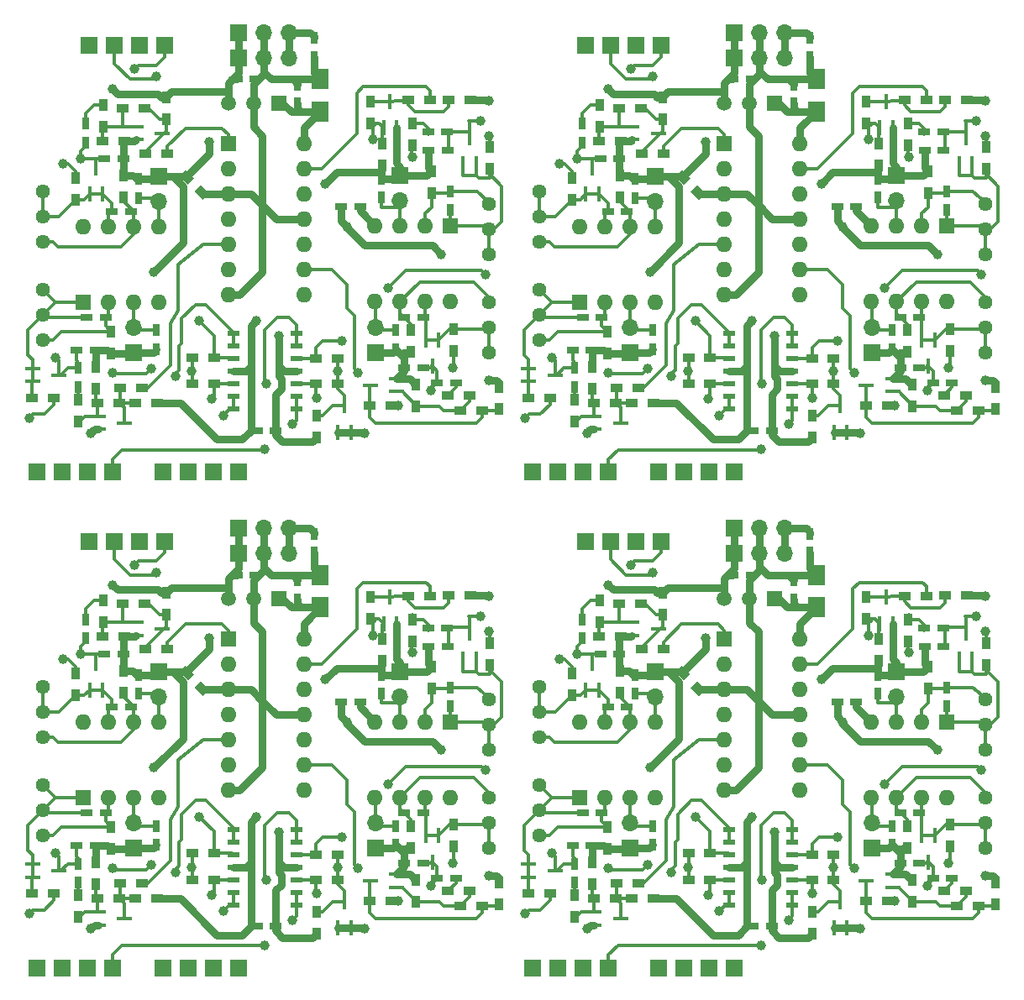
<source format=gtl>
G04 #@! TF.FileFunction,Copper,L1,Top,Signal*
%FSLAX46Y46*%
G04 Gerber Fmt 4.6, Leading zero omitted, Abs format (unit mm)*
G04 Created by KiCad (PCBNEW 4.0.6) date 07/25/17 22:42:55*
%MOMM*%
%LPD*%
G01*
G04 APERTURE LIST*
%ADD10C,0.100000*%
%ADD11R,1.200000X0.750000*%
%ADD12R,0.750000X1.200000*%
%ADD13R,0.900000X1.200000*%
%ADD14R,1.200000X0.900000*%
%ADD15R,1.700000X1.700000*%
%ADD16O,1.700000X1.700000*%
%ADD17C,1.440000*%
%ADD18R,1.600000X1.600000*%
%ADD19O,1.600000X1.600000*%
%ADD20R,0.450000X1.500000*%
%ADD21R,1.500000X0.450000*%
%ADD22C,1.520000*%
%ADD23R,1.520000X1.520000*%
%ADD24R,1.800000X2.150000*%
%ADD25R,1.143000X0.508000*%
%ADD26C,1.000000*%
%ADD27C,0.800000*%
%ADD28C,0.300000*%
G04 APERTURE END LIST*
D10*
D11*
X118688000Y-121164000D03*
X116788000Y-121164000D03*
X68688000Y-121164000D03*
X66788000Y-121164000D03*
X118688000Y-71164000D03*
X116788000Y-71164000D03*
X118688000Y-116084000D03*
X116788000Y-116084000D03*
X68688000Y-116084000D03*
X66788000Y-116084000D03*
X118688000Y-66084000D03*
X116788000Y-66084000D03*
D12*
X115960000Y-117420000D03*
X115960000Y-119320000D03*
X65960000Y-117420000D03*
X65960000Y-119320000D03*
X115960000Y-67420000D03*
X115960000Y-69320000D03*
D13*
X117484000Y-117397000D03*
X117484000Y-119597000D03*
X67484000Y-117397000D03*
X67484000Y-119597000D03*
X117484000Y-67397000D03*
X117484000Y-69597000D03*
X126374000Y-123112000D03*
X126374000Y-125312000D03*
X76374000Y-123112000D03*
X76374000Y-125312000D03*
X126374000Y-73112000D03*
X126374000Y-75312000D03*
D14*
X123410000Y-123958000D03*
X121210000Y-123958000D03*
X73410000Y-123958000D03*
X71210000Y-123958000D03*
X123410000Y-73958000D03*
X121210000Y-73958000D03*
D11*
X121990000Y-122688000D03*
X120090000Y-122688000D03*
X71990000Y-122688000D03*
X70090000Y-122688000D03*
X121990000Y-72688000D03*
X120090000Y-72688000D03*
D14*
X124680000Y-125482000D03*
X122480000Y-125482000D03*
X74680000Y-125482000D03*
X72480000Y-125482000D03*
X124680000Y-75482000D03*
X122480000Y-75482000D03*
D11*
X110438000Y-104908000D03*
X112338000Y-104908000D03*
X60438000Y-104908000D03*
X62338000Y-104908000D03*
X110438000Y-54908000D03*
X112338000Y-54908000D03*
D15*
X113928000Y-119640000D03*
D16*
X113928000Y-117100000D03*
D15*
X63928000Y-119640000D03*
D16*
X63928000Y-117100000D03*
D15*
X113928000Y-69640000D03*
D16*
X113928000Y-67100000D03*
D17*
X125358000Y-104654000D03*
X125358000Y-107194000D03*
X125358000Y-109734000D03*
X75358000Y-104654000D03*
X75358000Y-107194000D03*
X75358000Y-109734000D03*
X125358000Y-54654000D03*
X125358000Y-57194000D03*
X125358000Y-59734000D03*
D13*
X121802000Y-119470000D03*
X121802000Y-117270000D03*
X71802000Y-119470000D03*
X71802000Y-117270000D03*
X121802000Y-69470000D03*
X121802000Y-67270000D03*
D17*
X125358000Y-114560000D03*
X125358000Y-117100000D03*
X125358000Y-119640000D03*
X75358000Y-114560000D03*
X75358000Y-117100000D03*
X75358000Y-119640000D03*
X125358000Y-64560000D03*
X125358000Y-67100000D03*
X125358000Y-69640000D03*
D18*
X121467000Y-106912000D03*
D19*
X113847000Y-114532000D03*
X118927000Y-106912000D03*
X116387000Y-114532000D03*
X116387000Y-106912000D03*
X118927000Y-114532000D03*
X113847000Y-106912000D03*
X121467000Y-114532000D03*
D18*
X71467000Y-106912000D03*
D19*
X63847000Y-114532000D03*
X68927000Y-106912000D03*
X66387000Y-114532000D03*
X66387000Y-106912000D03*
X68927000Y-114532000D03*
X63847000Y-106912000D03*
X71467000Y-114532000D03*
D18*
X121467000Y-56912000D03*
D19*
X113847000Y-64532000D03*
X118927000Y-56912000D03*
X116387000Y-64532000D03*
X116387000Y-56912000D03*
X118927000Y-64532000D03*
X113847000Y-56912000D03*
X121467000Y-64532000D03*
D20*
X120256000Y-118372000D03*
X118956000Y-118372000D03*
X119606000Y-121032000D03*
X70256000Y-118372000D03*
X68956000Y-118372000D03*
X69606000Y-121032000D03*
X120256000Y-68372000D03*
X118956000Y-68372000D03*
X119606000Y-71032000D03*
D12*
X121467000Y-105322000D03*
X121467000Y-103422000D03*
X71467000Y-105322000D03*
X71467000Y-103422000D03*
X121467000Y-55322000D03*
X121467000Y-53422000D03*
D14*
X115536000Y-124974000D03*
X113336000Y-124974000D03*
X65536000Y-124974000D03*
X63336000Y-124974000D03*
X115536000Y-74974000D03*
X113336000Y-74974000D03*
D21*
X116020000Y-123592000D03*
X116020000Y-122292000D03*
X113360000Y-122942000D03*
X66020000Y-123592000D03*
X66020000Y-122292000D03*
X63360000Y-122942000D03*
X116020000Y-73592000D03*
X116020000Y-72292000D03*
X113360000Y-72942000D03*
D13*
X117992000Y-125058000D03*
X117992000Y-122858000D03*
X67992000Y-125058000D03*
X67992000Y-122858000D03*
X117992000Y-75058000D03*
X117992000Y-72858000D03*
D20*
X110103000Y-127701000D03*
X111403000Y-127701000D03*
X110753000Y-125041000D03*
X60103000Y-127701000D03*
X61403000Y-127701000D03*
X60753000Y-125041000D03*
X110103000Y-77701000D03*
X111403000Y-77701000D03*
X110753000Y-75041000D03*
D15*
X85046000Y-88700000D03*
X35046000Y-88700000D03*
X85046000Y-38700000D03*
X92666000Y-88700000D03*
X42666000Y-88700000D03*
X92666000Y-38700000D03*
X90126000Y-88700000D03*
X40126000Y-88700000D03*
X90126000Y-38700000D03*
X87586000Y-88700000D03*
X37586000Y-88700000D03*
X87586000Y-38700000D03*
D14*
X90644000Y-95002000D03*
X88444000Y-95002000D03*
X40644000Y-95002000D03*
X38444000Y-95002000D03*
X90644000Y-45002000D03*
X88444000Y-45002000D03*
D22*
X101609000Y-94494000D03*
X99069000Y-94494000D03*
D23*
X104149000Y-94494000D03*
D22*
X51609000Y-94494000D03*
X49069000Y-94494000D03*
D23*
X54149000Y-94494000D03*
D22*
X101609000Y-44494000D03*
X99069000Y-44494000D03*
D23*
X104149000Y-44494000D03*
D15*
X100085000Y-87382000D03*
D16*
X102625000Y-87382000D03*
X105165000Y-87382000D03*
D15*
X50085000Y-87382000D03*
D16*
X52625000Y-87382000D03*
X55165000Y-87382000D03*
D15*
X100085000Y-37382000D03*
D16*
X102625000Y-37382000D03*
X105165000Y-37382000D03*
D15*
X100085000Y-89922000D03*
D16*
X102625000Y-89922000D03*
X105165000Y-89922000D03*
D15*
X50085000Y-89922000D03*
D16*
X52625000Y-89922000D03*
X55165000Y-89922000D03*
D15*
X100085000Y-39922000D03*
D16*
X102625000Y-39922000D03*
X105165000Y-39922000D03*
D12*
X106054000Y-94555000D03*
X106054000Y-92655000D03*
X56054000Y-94555000D03*
X56054000Y-92655000D03*
X106054000Y-44555000D03*
X106054000Y-42655000D03*
X107705000Y-89856000D03*
X107705000Y-87956000D03*
X57705000Y-89856000D03*
X57705000Y-87956000D03*
X107705000Y-39856000D03*
X107705000Y-37956000D03*
D11*
X99897000Y-92081000D03*
X101797000Y-92081000D03*
X49897000Y-92081000D03*
X51797000Y-92081000D03*
X99897000Y-42081000D03*
X101797000Y-42081000D03*
D24*
X108340000Y-95357000D03*
X108340000Y-92107000D03*
X58340000Y-95357000D03*
X58340000Y-92107000D03*
X108340000Y-45357000D03*
X108340000Y-42107000D03*
D21*
X89738000Y-96892000D03*
X89738000Y-98192000D03*
X92398000Y-97542000D03*
X39738000Y-96892000D03*
X39738000Y-98192000D03*
X42398000Y-97542000D03*
X89738000Y-46892000D03*
X89738000Y-48192000D03*
X92398000Y-47542000D03*
D13*
X92846000Y-93902000D03*
X92846000Y-96102000D03*
X42846000Y-93902000D03*
X42846000Y-96102000D03*
X92846000Y-43902000D03*
X92846000Y-46102000D03*
D12*
X84718000Y-96592000D03*
X84718000Y-98492000D03*
X34718000Y-96592000D03*
X34718000Y-98492000D03*
X84718000Y-46592000D03*
X84718000Y-48492000D03*
D13*
X86496000Y-96864000D03*
X86496000Y-94664000D03*
X36496000Y-96864000D03*
X36496000Y-94664000D03*
X86496000Y-46864000D03*
X86496000Y-44664000D03*
D14*
X86412000Y-98304000D03*
X88612000Y-98304000D03*
X36412000Y-98304000D03*
X38612000Y-98304000D03*
X86412000Y-48304000D03*
X88612000Y-48304000D03*
D13*
X125404000Y-98954000D03*
X125404000Y-101154000D03*
X75404000Y-98954000D03*
X75404000Y-101154000D03*
X125404000Y-48954000D03*
X125404000Y-51154000D03*
D11*
X119201000Y-97415000D03*
X121101000Y-97415000D03*
X69201000Y-97415000D03*
X71101000Y-97415000D03*
X119201000Y-47415000D03*
X121101000Y-47415000D03*
X121147000Y-99292000D03*
X119247000Y-99292000D03*
X71147000Y-99292000D03*
X69247000Y-99292000D03*
X121147000Y-49292000D03*
X119247000Y-49292000D03*
D14*
X123460000Y-94178000D03*
X121260000Y-94178000D03*
X73460000Y-94178000D03*
X71260000Y-94178000D03*
X123460000Y-44178000D03*
X121260000Y-44178000D03*
D20*
X122722000Y-100622000D03*
X124022000Y-100622000D03*
X123372000Y-97962000D03*
X72722000Y-100622000D03*
X74022000Y-100622000D03*
X73372000Y-97962000D03*
X122722000Y-50622000D03*
X124022000Y-50622000D03*
X123372000Y-47962000D03*
D15*
X116387000Y-101832000D03*
D16*
X116387000Y-104372000D03*
D15*
X66387000Y-101832000D03*
D16*
X66387000Y-104372000D03*
D15*
X116387000Y-51832000D03*
D16*
X116387000Y-54372000D03*
D12*
X114482000Y-104052000D03*
X114482000Y-102152000D03*
X64482000Y-104052000D03*
X64482000Y-102152000D03*
X114482000Y-54052000D03*
X114482000Y-52152000D03*
D13*
X119562000Y-103567000D03*
X119562000Y-101367000D03*
X69562000Y-103567000D03*
X69562000Y-101367000D03*
X119562000Y-53567000D03*
X119562000Y-51367000D03*
D20*
X114710000Y-97008000D03*
X116010000Y-97008000D03*
X115360000Y-94348000D03*
X64710000Y-97008000D03*
X66010000Y-97008000D03*
X65360000Y-94348000D03*
X114710000Y-47008000D03*
X116010000Y-47008000D03*
X115360000Y-44348000D03*
D14*
X119392000Y-94212000D03*
X117192000Y-94212000D03*
X69392000Y-94212000D03*
X67192000Y-94212000D03*
X119392000Y-44212000D03*
X117192000Y-44212000D03*
D13*
X114610000Y-98578000D03*
X114610000Y-100778000D03*
X64610000Y-98578000D03*
X64610000Y-100778000D03*
X114610000Y-48578000D03*
X114610000Y-50778000D03*
X113360000Y-94328000D03*
X113360000Y-96528000D03*
X63360000Y-94328000D03*
X63360000Y-96528000D03*
X113360000Y-44328000D03*
X113360000Y-46528000D03*
X117610000Y-98778000D03*
X117610000Y-96578000D03*
X67610000Y-98778000D03*
X67610000Y-96578000D03*
X117610000Y-48778000D03*
X117610000Y-46578000D03*
D15*
X92084000Y-101860000D03*
D16*
X92084000Y-104400000D03*
D15*
X42084000Y-101860000D03*
D16*
X42084000Y-104400000D03*
D15*
X92084000Y-51860000D03*
D16*
X92084000Y-54400000D03*
D20*
X85084000Y-103698000D03*
X86384000Y-103698000D03*
X85734000Y-101038000D03*
X35084000Y-103698000D03*
X36384000Y-103698000D03*
X35734000Y-101038000D03*
X85084000Y-53698000D03*
X86384000Y-53698000D03*
X85734000Y-51038000D03*
D10*
G36*
X94119721Y-101865117D02*
X94756117Y-101228721D01*
X95604645Y-102077249D01*
X94968249Y-102713645D01*
X94119721Y-101865117D01*
X94119721Y-101865117D01*
G37*
G36*
X95675355Y-103420751D02*
X96311751Y-102784355D01*
X97160279Y-103632883D01*
X96523883Y-104269279D01*
X95675355Y-103420751D01*
X95675355Y-103420751D01*
G37*
G36*
X44119721Y-101865117D02*
X44756117Y-101228721D01*
X45604645Y-102077249D01*
X44968249Y-102713645D01*
X44119721Y-101865117D01*
X44119721Y-101865117D01*
G37*
G36*
X45675355Y-103420751D02*
X46311751Y-102784355D01*
X47160279Y-103632883D01*
X46523883Y-104269279D01*
X45675355Y-103420751D01*
X45675355Y-103420751D01*
G37*
G36*
X94119721Y-51865117D02*
X94756117Y-51228721D01*
X95604645Y-52077249D01*
X94968249Y-52713645D01*
X94119721Y-51865117D01*
X94119721Y-51865117D01*
G37*
G36*
X95675355Y-53420751D02*
X96311751Y-52784355D01*
X97160279Y-53632883D01*
X96523883Y-54269279D01*
X95675355Y-53420751D01*
X95675355Y-53420751D01*
G37*
D11*
X86562000Y-100082000D03*
X88462000Y-100082000D03*
X36562000Y-100082000D03*
X38462000Y-100082000D03*
X86562000Y-50082000D03*
X88462000Y-50082000D03*
X87324000Y-105416000D03*
X89224000Y-105416000D03*
X37324000Y-105416000D03*
X39224000Y-105416000D03*
X87324000Y-55416000D03*
X89224000Y-55416000D03*
D14*
X92930000Y-99574000D03*
X90730000Y-99574000D03*
X42930000Y-99574000D03*
X40730000Y-99574000D03*
X92930000Y-49574000D03*
X90730000Y-49574000D03*
D12*
X90052000Y-104080000D03*
X90052000Y-102180000D03*
X40052000Y-104080000D03*
X40052000Y-102180000D03*
X90052000Y-54080000D03*
X90052000Y-52180000D03*
D13*
X88528000Y-103976000D03*
X88528000Y-101776000D03*
X38528000Y-103976000D03*
X38528000Y-101776000D03*
X88528000Y-53976000D03*
X88528000Y-51776000D03*
X107959000Y-126033000D03*
X107959000Y-128233000D03*
X57959000Y-126033000D03*
X57959000Y-128233000D03*
X107959000Y-76033000D03*
X107959000Y-78233000D03*
D15*
X95005000Y-131705000D03*
X45005000Y-131705000D03*
X95005000Y-81705000D03*
X97545000Y-131705000D03*
X47545000Y-131705000D03*
X97545000Y-81705000D03*
X100085000Y-131705000D03*
X50085000Y-131705000D03*
X100085000Y-81705000D03*
D11*
X101929000Y-127514000D03*
X103829000Y-127514000D03*
X51929000Y-127514000D03*
X53829000Y-127514000D03*
X101929000Y-77514000D03*
X103829000Y-77514000D03*
D12*
X91830000Y-117420000D03*
X91830000Y-119320000D03*
X41830000Y-117420000D03*
X41830000Y-119320000D03*
X91830000Y-67420000D03*
X91830000Y-69320000D03*
D15*
X89544000Y-119640000D03*
D16*
X89544000Y-117100000D03*
D15*
X39544000Y-119640000D03*
D16*
X39544000Y-117100000D03*
D15*
X89544000Y-69640000D03*
D16*
X89544000Y-67100000D03*
D13*
X87258000Y-117524000D03*
X87258000Y-119724000D03*
X37258000Y-117524000D03*
X37258000Y-119724000D03*
X87258000Y-67524000D03*
X87258000Y-69724000D03*
D11*
X83768000Y-119386000D03*
X85668000Y-119386000D03*
X33768000Y-119386000D03*
X35668000Y-119386000D03*
X83768000Y-69386000D03*
X85668000Y-69386000D03*
X84784000Y-116084000D03*
X86684000Y-116084000D03*
X34784000Y-116084000D03*
X36684000Y-116084000D03*
X84784000Y-66084000D03*
X86684000Y-66084000D03*
D18*
X99069000Y-98558000D03*
D19*
X106689000Y-113798000D03*
X99069000Y-101098000D03*
X106689000Y-111258000D03*
X99069000Y-103638000D03*
X106689000Y-108718000D03*
X99069000Y-106178000D03*
X106689000Y-106178000D03*
X99069000Y-108718000D03*
X106689000Y-103638000D03*
X99069000Y-111258000D03*
X106689000Y-101098000D03*
X99069000Y-113798000D03*
X106689000Y-98558000D03*
D18*
X49069000Y-98558000D03*
D19*
X56689000Y-113798000D03*
X49069000Y-101098000D03*
X56689000Y-111258000D03*
X49069000Y-103638000D03*
X56689000Y-108718000D03*
X49069000Y-106178000D03*
X56689000Y-106178000D03*
X49069000Y-108718000D03*
X56689000Y-103638000D03*
X49069000Y-111258000D03*
X56689000Y-101098000D03*
X49069000Y-113798000D03*
X56689000Y-98558000D03*
D18*
X99069000Y-48558000D03*
D19*
X106689000Y-63798000D03*
X99069000Y-51098000D03*
X106689000Y-61258000D03*
X99069000Y-53638000D03*
X106689000Y-58718000D03*
X99069000Y-56178000D03*
X106689000Y-56178000D03*
X99069000Y-58718000D03*
X106689000Y-53638000D03*
X99069000Y-61258000D03*
X106689000Y-51098000D03*
X99069000Y-63798000D03*
X106689000Y-48558000D03*
D14*
X97629000Y-120148000D03*
X95429000Y-120148000D03*
X47629000Y-120148000D03*
X45429000Y-120148000D03*
X97629000Y-70148000D03*
X95429000Y-70148000D03*
X107875000Y-122815000D03*
X110075000Y-122815000D03*
X57875000Y-122815000D03*
X60075000Y-122815000D03*
X107875000Y-72815000D03*
X110075000Y-72815000D03*
X97629000Y-122815000D03*
X95429000Y-122815000D03*
X47629000Y-122815000D03*
X45429000Y-122815000D03*
X97629000Y-72815000D03*
X95429000Y-72815000D03*
D25*
X99577000Y-117735000D03*
X99577000Y-119005000D03*
X99577000Y-120275000D03*
X99577000Y-121545000D03*
X99577000Y-122815000D03*
X99577000Y-124085000D03*
X99577000Y-125355000D03*
X105927000Y-125355000D03*
X105927000Y-124085000D03*
X105927000Y-121545000D03*
X105927000Y-120275000D03*
X105927000Y-119005000D03*
X105927000Y-117735000D03*
X105927000Y-122815000D03*
X49577000Y-117735000D03*
X49577000Y-119005000D03*
X49577000Y-120275000D03*
X49577000Y-121545000D03*
X49577000Y-122815000D03*
X49577000Y-124085000D03*
X49577000Y-125355000D03*
X55927000Y-125355000D03*
X55927000Y-124085000D03*
X55927000Y-121545000D03*
X55927000Y-120275000D03*
X55927000Y-119005000D03*
X55927000Y-117735000D03*
X55927000Y-122815000D03*
X99577000Y-67735000D03*
X99577000Y-69005000D03*
X99577000Y-70275000D03*
X99577000Y-71545000D03*
X99577000Y-72815000D03*
X99577000Y-74085000D03*
X99577000Y-75355000D03*
X105927000Y-75355000D03*
X105927000Y-74085000D03*
X105927000Y-71545000D03*
X105927000Y-70275000D03*
X105927000Y-69005000D03*
X105927000Y-67735000D03*
X105927000Y-72815000D03*
D14*
X107875000Y-120275000D03*
X110075000Y-120275000D03*
X57875000Y-120275000D03*
X60075000Y-120275000D03*
X107875000Y-70275000D03*
X110075000Y-70275000D03*
D15*
X79765000Y-131705000D03*
X29765000Y-131705000D03*
X79765000Y-81705000D03*
X84845000Y-131705000D03*
X34845000Y-131705000D03*
X84845000Y-81705000D03*
X82305000Y-131705000D03*
X32305000Y-131705000D03*
X82305000Y-81705000D03*
D21*
X79324000Y-121276000D03*
X79324000Y-122576000D03*
X81984000Y-121926000D03*
X29324000Y-121276000D03*
X29324000Y-122576000D03*
X31984000Y-121926000D03*
X79324000Y-71276000D03*
X79324000Y-72576000D03*
X81984000Y-71926000D03*
D14*
X81500000Y-124212000D03*
X79300000Y-124212000D03*
X31500000Y-124212000D03*
X29300000Y-124212000D03*
X81500000Y-74212000D03*
X79300000Y-74212000D03*
D13*
X85734000Y-123280000D03*
X85734000Y-121080000D03*
X35734000Y-123280000D03*
X35734000Y-121080000D03*
X85734000Y-73280000D03*
X85734000Y-71080000D03*
D12*
X83956000Y-123130000D03*
X83956000Y-121230000D03*
X33956000Y-123130000D03*
X33956000Y-121230000D03*
X83956000Y-73130000D03*
X83956000Y-71230000D03*
D15*
X92465000Y-131705000D03*
X42465000Y-131705000D03*
X92465000Y-81705000D03*
X87385000Y-131705000D03*
X37385000Y-131705000D03*
X87385000Y-81705000D03*
D21*
X85928000Y-126102000D03*
X85928000Y-127402000D03*
X88588000Y-126752000D03*
X35928000Y-126102000D03*
X35928000Y-127402000D03*
X38588000Y-126752000D03*
X85928000Y-76102000D03*
X85928000Y-77402000D03*
X88588000Y-76752000D03*
D14*
X91914000Y-124720000D03*
X89714000Y-124720000D03*
X41914000Y-124720000D03*
X39714000Y-124720000D03*
X91914000Y-74720000D03*
X89714000Y-74720000D03*
X88104000Y-124720000D03*
X85904000Y-124720000D03*
X38104000Y-124720000D03*
X35904000Y-124720000D03*
X88104000Y-74720000D03*
X85904000Y-74720000D03*
X90390000Y-123196000D03*
X88190000Y-123196000D03*
X40390000Y-123196000D03*
X38190000Y-123196000D03*
X90390000Y-73196000D03*
X88190000Y-73196000D03*
D13*
X83956000Y-126582000D03*
X83956000Y-124382000D03*
X33956000Y-126582000D03*
X33956000Y-124382000D03*
X83956000Y-76582000D03*
X83956000Y-74382000D03*
X83702000Y-102030000D03*
X83702000Y-104230000D03*
X33702000Y-102030000D03*
X33702000Y-104230000D03*
X83702000Y-52030000D03*
X83702000Y-54230000D03*
D18*
X84464000Y-114560000D03*
D19*
X92084000Y-106940000D03*
X87004000Y-114560000D03*
X89544000Y-106940000D03*
X89544000Y-114560000D03*
X87004000Y-106940000D03*
X92084000Y-114560000D03*
X84464000Y-106940000D03*
D18*
X34464000Y-114560000D03*
D19*
X42084000Y-106940000D03*
X37004000Y-114560000D03*
X39544000Y-106940000D03*
X39544000Y-114560000D03*
X37004000Y-106940000D03*
X42084000Y-114560000D03*
X34464000Y-106940000D03*
D18*
X84464000Y-64560000D03*
D19*
X92084000Y-56940000D03*
X87004000Y-64560000D03*
X89544000Y-56940000D03*
X89544000Y-64560000D03*
X87004000Y-56940000D03*
X92084000Y-64560000D03*
X84464000Y-56940000D03*
D17*
X80400000Y-118370000D03*
X80400000Y-115830000D03*
X80400000Y-113290000D03*
X30400000Y-118370000D03*
X30400000Y-115830000D03*
X30400000Y-113290000D03*
X80400000Y-68370000D03*
X80400000Y-65830000D03*
X80400000Y-63290000D03*
X80400000Y-108464000D03*
X80400000Y-105924000D03*
X80400000Y-103384000D03*
X30400000Y-108464000D03*
X30400000Y-105924000D03*
X30400000Y-103384000D03*
X80400000Y-58464000D03*
X80400000Y-55924000D03*
X80400000Y-53384000D03*
D13*
X67992000Y-75058000D03*
X67992000Y-72858000D03*
D25*
X49577000Y-67735000D03*
X49577000Y-69005000D03*
X49577000Y-70275000D03*
X49577000Y-71545000D03*
X49577000Y-72815000D03*
X49577000Y-74085000D03*
X49577000Y-75355000D03*
X55927000Y-75355000D03*
X55927000Y-74085000D03*
X55927000Y-71545000D03*
X55927000Y-70275000D03*
X55927000Y-69005000D03*
X55927000Y-67735000D03*
X55927000Y-72815000D03*
D12*
X41830000Y-67420000D03*
X41830000Y-69320000D03*
X40052000Y-54080000D03*
X40052000Y-52180000D03*
D11*
X60438000Y-54908000D03*
X62338000Y-54908000D03*
X34784000Y-66084000D03*
X36684000Y-66084000D03*
X37324000Y-55416000D03*
X39224000Y-55416000D03*
X51929000Y-77514000D03*
X53829000Y-77514000D03*
X49897000Y-42081000D03*
X51797000Y-42081000D03*
D12*
X57705000Y-39856000D03*
X57705000Y-37956000D03*
D11*
X33768000Y-69386000D03*
X35668000Y-69386000D03*
X36562000Y-50082000D03*
X38462000Y-50082000D03*
D12*
X33956000Y-73130000D03*
X33956000Y-71230000D03*
X34718000Y-46592000D03*
X34718000Y-48492000D03*
X56054000Y-44555000D03*
X56054000Y-42655000D03*
X64482000Y-54052000D03*
X64482000Y-52152000D03*
X65960000Y-67420000D03*
X65960000Y-69320000D03*
X71467000Y-55322000D03*
X71467000Y-53422000D03*
D11*
X68688000Y-66084000D03*
X66788000Y-66084000D03*
X71147000Y-49292000D03*
X69247000Y-49292000D03*
X68688000Y-71164000D03*
X66788000Y-71164000D03*
X69201000Y-47415000D03*
X71101000Y-47415000D03*
X71990000Y-72688000D03*
X70090000Y-72688000D03*
D13*
X37258000Y-67524000D03*
X37258000Y-69724000D03*
X38528000Y-53976000D03*
X38528000Y-51776000D03*
D14*
X31500000Y-74212000D03*
X29300000Y-74212000D03*
D13*
X33702000Y-52030000D03*
X33702000Y-54230000D03*
D14*
X47629000Y-72815000D03*
X45429000Y-72815000D03*
X47629000Y-70148000D03*
X45429000Y-70148000D03*
D10*
G36*
X44119721Y-51865117D02*
X44756117Y-51228721D01*
X45604645Y-52077249D01*
X44968249Y-52713645D01*
X44119721Y-51865117D01*
X44119721Y-51865117D01*
G37*
G36*
X45675355Y-53420751D02*
X46311751Y-52784355D01*
X47160279Y-53632883D01*
X46523883Y-54269279D01*
X45675355Y-53420751D01*
X45675355Y-53420751D01*
G37*
D13*
X33956000Y-76582000D03*
X33956000Y-74382000D03*
X36496000Y-46864000D03*
X36496000Y-44664000D03*
D14*
X38104000Y-74720000D03*
X35904000Y-74720000D03*
D13*
X35734000Y-73280000D03*
X35734000Y-71080000D03*
D14*
X40644000Y-45002000D03*
X38444000Y-45002000D03*
X36412000Y-48304000D03*
X38612000Y-48304000D03*
X41914000Y-74720000D03*
X39714000Y-74720000D03*
D13*
X42846000Y-43902000D03*
X42846000Y-46102000D03*
D14*
X40390000Y-73196000D03*
X38190000Y-73196000D03*
X42930000Y-49574000D03*
X40730000Y-49574000D03*
D13*
X69562000Y-53567000D03*
X69562000Y-51367000D03*
X67484000Y-67397000D03*
X67484000Y-69597000D03*
X75404000Y-48954000D03*
X75404000Y-51154000D03*
X71802000Y-69470000D03*
X71802000Y-67270000D03*
D14*
X57875000Y-70275000D03*
X60075000Y-70275000D03*
X57875000Y-72815000D03*
X60075000Y-72815000D03*
D13*
X67610000Y-48778000D03*
X67610000Y-46578000D03*
D14*
X73410000Y-73958000D03*
X71210000Y-73958000D03*
D13*
X63360000Y-44328000D03*
X63360000Y-46528000D03*
X64610000Y-48578000D03*
X64610000Y-50778000D03*
D14*
X74680000Y-75482000D03*
X72480000Y-75482000D03*
X73460000Y-44178000D03*
X71260000Y-44178000D03*
D13*
X76374000Y-73112000D03*
X76374000Y-75312000D03*
D14*
X69392000Y-44212000D03*
X67192000Y-44212000D03*
X65536000Y-74974000D03*
X63336000Y-74974000D03*
D21*
X29324000Y-71276000D03*
X29324000Y-72576000D03*
X31984000Y-71926000D03*
D20*
X35084000Y-53698000D03*
X36384000Y-53698000D03*
X35734000Y-51038000D03*
D15*
X50085000Y-39922000D03*
D16*
X52625000Y-39922000D03*
X55165000Y-39922000D03*
D15*
X50085000Y-37382000D03*
D16*
X52625000Y-37382000D03*
X55165000Y-37382000D03*
D21*
X66020000Y-73592000D03*
X66020000Y-72292000D03*
X63360000Y-72942000D03*
D20*
X64710000Y-47008000D03*
X66010000Y-47008000D03*
X65360000Y-44348000D03*
X70256000Y-68372000D03*
X68956000Y-68372000D03*
X69606000Y-71032000D03*
X72722000Y-50622000D03*
X74022000Y-50622000D03*
X73372000Y-47962000D03*
D21*
X39738000Y-46892000D03*
X39738000Y-48192000D03*
X42398000Y-47542000D03*
X35928000Y-76102000D03*
X35928000Y-77402000D03*
X38588000Y-76752000D03*
D18*
X71467000Y-56912000D03*
D19*
X63847000Y-64532000D03*
X68927000Y-56912000D03*
X66387000Y-64532000D03*
X66387000Y-56912000D03*
X68927000Y-64532000D03*
X63847000Y-56912000D03*
X71467000Y-64532000D03*
D18*
X34464000Y-64560000D03*
D19*
X42084000Y-56940000D03*
X37004000Y-64560000D03*
X39544000Y-56940000D03*
X39544000Y-64560000D03*
X37004000Y-56940000D03*
X42084000Y-64560000D03*
X34464000Y-56940000D03*
D17*
X75358000Y-64560000D03*
X75358000Y-67100000D03*
X75358000Y-69640000D03*
X75358000Y-54654000D03*
X75358000Y-57194000D03*
X75358000Y-59734000D03*
X30400000Y-58464000D03*
X30400000Y-55924000D03*
X30400000Y-53384000D03*
X30400000Y-68370000D03*
X30400000Y-65830000D03*
X30400000Y-63290000D03*
D15*
X63928000Y-69640000D03*
D16*
X63928000Y-67100000D03*
D15*
X66387000Y-51832000D03*
D16*
X66387000Y-54372000D03*
D15*
X42084000Y-51860000D03*
D16*
X42084000Y-54400000D03*
D15*
X39544000Y-69640000D03*
D16*
X39544000Y-67100000D03*
D15*
X42666000Y-38700000D03*
X40126000Y-38700000D03*
X50085000Y-81705000D03*
X47545000Y-81705000D03*
X37385000Y-81705000D03*
X34845000Y-81705000D03*
X37586000Y-38700000D03*
X35046000Y-38700000D03*
X45005000Y-81705000D03*
X42465000Y-81705000D03*
X32305000Y-81705000D03*
X29765000Y-81705000D03*
D24*
X58340000Y-45357000D03*
X58340000Y-42107000D03*
D18*
X49069000Y-48558000D03*
D19*
X56689000Y-63798000D03*
X49069000Y-51098000D03*
X56689000Y-61258000D03*
X49069000Y-53638000D03*
X56689000Y-58718000D03*
X49069000Y-56178000D03*
X56689000Y-56178000D03*
X49069000Y-58718000D03*
X56689000Y-53638000D03*
X49069000Y-61258000D03*
X56689000Y-51098000D03*
X49069000Y-63798000D03*
X56689000Y-48558000D03*
D22*
X51609000Y-44494000D03*
X49069000Y-44494000D03*
D23*
X54149000Y-44494000D03*
D20*
X60103000Y-77701000D03*
X61403000Y-77701000D03*
X60753000Y-75041000D03*
D13*
X57959000Y-76033000D03*
X57959000Y-78233000D03*
D26*
X125358000Y-122434000D03*
X75358000Y-122434000D03*
X125358000Y-72434000D03*
X111007000Y-106940000D03*
X61007000Y-106940000D03*
X111007000Y-56940000D03*
X120532000Y-109734000D03*
X70532000Y-109734000D03*
X120532000Y-59734000D03*
X101863000Y-116465000D03*
X51863000Y-116465000D03*
X101863000Y-66465000D03*
X125358000Y-94240000D03*
X75358000Y-94240000D03*
X125358000Y-44240000D03*
X87385000Y-93097000D03*
X37385000Y-93097000D03*
X87385000Y-43097000D03*
X37385000Y-43097000D03*
X70532000Y-59734000D03*
X51863000Y-66465000D03*
X61007000Y-56940000D03*
X75358000Y-44240000D03*
X75358000Y-72434000D03*
X85226000Y-127768000D03*
X35226000Y-127768000D03*
X85226000Y-77768000D03*
X112785000Y-127768000D03*
X62785000Y-127768000D03*
X112785000Y-77768000D03*
X91576000Y-111512000D03*
X41576000Y-111512000D03*
X91576000Y-61512000D03*
X108848000Y-102622000D03*
X58848000Y-102622000D03*
X108848000Y-52622000D03*
X97164000Y-98431000D03*
X47164000Y-98431000D03*
X97164000Y-48431000D03*
X62785000Y-77768000D03*
X58848000Y-52622000D03*
X47164000Y-48431000D03*
X41576000Y-61512000D03*
X35226000Y-77768000D03*
X81670000Y-120148000D03*
X31670000Y-120148000D03*
X81670000Y-70148000D03*
X87385000Y-121672000D03*
X37385000Y-121672000D03*
X87385000Y-71672000D03*
X91322000Y-121291000D03*
X41322000Y-121291000D03*
X91322000Y-71291000D03*
X97418000Y-124339000D03*
X47418000Y-124339000D03*
X97418000Y-74339000D03*
X31670000Y-70148000D03*
X47418000Y-74339000D03*
X41322000Y-71291000D03*
X37385000Y-71672000D03*
X96148000Y-116465000D03*
X46148000Y-116465000D03*
X96148000Y-66465000D03*
X84210000Y-100082000D03*
X34210000Y-100082000D03*
X84210000Y-50082000D03*
X34210000Y-50082000D03*
X46148000Y-66465000D03*
X124977000Y-111766000D03*
X74977000Y-111766000D03*
X124977000Y-61766000D03*
X110499000Y-118497000D03*
X60499000Y-118497000D03*
X110499000Y-68497000D03*
X115198000Y-113163000D03*
X65198000Y-113163000D03*
X115198000Y-63163000D03*
X124469000Y-96272000D03*
X74469000Y-96272000D03*
X124469000Y-46272000D03*
X74469000Y-46272000D03*
X74977000Y-61766000D03*
X65198000Y-63163000D03*
X60499000Y-68497000D03*
X119516000Y-123450000D03*
X69516000Y-123450000D03*
X119516000Y-73450000D03*
X107959000Y-124212000D03*
X57959000Y-124212000D03*
X107959000Y-74212000D03*
X57959000Y-74212000D03*
X69516000Y-73450000D03*
X79003000Y-126244000D03*
X29003000Y-126244000D03*
X79003000Y-76244000D03*
X29003000Y-76244000D03*
X82432000Y-100590000D03*
X32432000Y-100590000D03*
X82432000Y-50590000D03*
X32432000Y-50590000D03*
X98561000Y-125990000D03*
X48561000Y-125990000D03*
X98561000Y-75990000D03*
X48561000Y-75990000D03*
X93735000Y-122053000D03*
X43735000Y-122053000D03*
X93735000Y-72053000D03*
X43735000Y-72053000D03*
X91810000Y-91830000D03*
X41810000Y-91830000D03*
X91810000Y-41830000D03*
X41810000Y-41830000D03*
X125358000Y-97796000D03*
X75358000Y-97796000D03*
X125358000Y-47796000D03*
X75358000Y-47796000D03*
X121670000Y-121160000D03*
X71670000Y-121160000D03*
X121670000Y-71160000D03*
X102750000Y-129430000D03*
X52750000Y-129430000D03*
X102750000Y-79430000D03*
X52750000Y-79430000D03*
X71670000Y-71160000D03*
X102879000Y-122815000D03*
X52879000Y-122815000D03*
X102879000Y-72815000D03*
X52879000Y-72815000D03*
X105546000Y-126879000D03*
X55546000Y-126879000D03*
X105546000Y-76879000D03*
X55546000Y-76879000D03*
X89600000Y-91100000D03*
X39600000Y-91100000D03*
X89600000Y-41100000D03*
X39600000Y-41100000D03*
X110075000Y-121545000D03*
X60075000Y-121545000D03*
X110075000Y-71545000D03*
X95386000Y-121545000D03*
X45386000Y-121545000D03*
X95386000Y-71545000D03*
X60075000Y-71545000D03*
X45386000Y-71545000D03*
X117657000Y-99927000D03*
X67657000Y-99927000D03*
X117657000Y-49927000D03*
X113610000Y-98178000D03*
X63610000Y-98178000D03*
X113610000Y-48178000D03*
X63610000Y-48178000D03*
X67657000Y-49927000D03*
X116214000Y-124974000D03*
X66214000Y-124974000D03*
X116214000Y-74974000D03*
X112150000Y-121672000D03*
X62150000Y-121672000D03*
X112150000Y-71672000D03*
X66214000Y-74974000D03*
X62150000Y-71672000D03*
X104149000Y-117989000D03*
X54149000Y-117989000D03*
X104149000Y-67989000D03*
X54149000Y-67989000D03*
D27*
X100085000Y-87382000D02*
X100085000Y-89922000D01*
X50085000Y-87382000D02*
X50085000Y-89922000D01*
X100085000Y-37382000D02*
X100085000Y-39922000D01*
X101863000Y-116465000D02*
X101355000Y-116973000D01*
X51863000Y-116465000D02*
X51355000Y-116973000D01*
X101863000Y-66465000D02*
X101355000Y-66973000D01*
X101355000Y-116973000D02*
X101355000Y-121037000D01*
X51355000Y-116973000D02*
X51355000Y-121037000D01*
X101355000Y-66973000D02*
X101355000Y-71037000D01*
X99069000Y-92462000D02*
X100085000Y-91446000D01*
X49069000Y-92462000D02*
X50085000Y-91446000D01*
X99069000Y-42462000D02*
X100085000Y-41446000D01*
X100085000Y-91446000D02*
X100085000Y-89922000D01*
X50085000Y-91446000D02*
X50085000Y-89922000D01*
X100085000Y-41446000D02*
X100085000Y-39922000D01*
X99069000Y-93351000D02*
X99069000Y-92462000D01*
X49069000Y-93351000D02*
X49069000Y-92462000D01*
X99069000Y-43351000D02*
X99069000Y-42462000D01*
X99897000Y-92081000D02*
X99450000Y-92081000D01*
X49897000Y-92081000D02*
X49450000Y-92081000D01*
X99897000Y-42081000D02*
X99450000Y-42081000D01*
X99069000Y-94494000D02*
X99069000Y-93351000D01*
X49069000Y-94494000D02*
X49069000Y-93351000D01*
X99069000Y-44494000D02*
X99069000Y-43351000D01*
X99450000Y-92081000D02*
X99069000Y-92462000D01*
X49450000Y-92081000D02*
X49069000Y-92462000D01*
X99450000Y-42081000D02*
X99069000Y-42462000D01*
X92292000Y-93902000D02*
X91960000Y-93570000D01*
X42292000Y-93902000D02*
X41960000Y-93570000D01*
X92292000Y-43902000D02*
X91960000Y-43570000D01*
X93354000Y-93351000D02*
X99069000Y-93351000D01*
X43354000Y-93351000D02*
X49069000Y-93351000D01*
X93354000Y-43351000D02*
X99069000Y-43351000D01*
X92846000Y-93902000D02*
X92292000Y-93902000D01*
X42846000Y-93902000D02*
X42292000Y-93902000D01*
X92846000Y-43902000D02*
X92292000Y-43902000D01*
X92846000Y-93859000D02*
X93354000Y-93351000D01*
X42846000Y-93859000D02*
X43354000Y-93351000D01*
X92846000Y-43859000D02*
X93354000Y-43351000D01*
X92846000Y-93902000D02*
X92846000Y-93859000D01*
X42846000Y-93902000D02*
X42846000Y-93859000D01*
X92846000Y-43902000D02*
X92846000Y-43859000D01*
X87858000Y-93570000D02*
X87385000Y-93097000D01*
X37858000Y-93570000D02*
X37385000Y-93097000D01*
X87858000Y-43570000D02*
X87385000Y-43097000D01*
X91960000Y-93570000D02*
X87858000Y-93570000D01*
X41960000Y-93570000D02*
X37858000Y-93570000D01*
X91960000Y-43570000D02*
X87858000Y-43570000D01*
X91914000Y-124720000D02*
X94243000Y-124720000D01*
X41914000Y-124720000D02*
X44243000Y-124720000D01*
X91914000Y-74720000D02*
X94243000Y-74720000D01*
X94243000Y-124720000D02*
X97926000Y-128403000D01*
X44243000Y-124720000D02*
X47926000Y-128403000D01*
X94243000Y-74720000D02*
X97926000Y-78403000D01*
X100466000Y-128403000D02*
X101355000Y-127514000D01*
X50466000Y-128403000D02*
X51355000Y-127514000D01*
X100466000Y-78403000D02*
X101355000Y-77514000D01*
X97926000Y-128403000D02*
X100466000Y-128403000D01*
X47926000Y-128403000D02*
X50466000Y-128403000D01*
X97926000Y-78403000D02*
X100466000Y-78403000D01*
X100847000Y-121545000D02*
X99577000Y-121545000D01*
X50847000Y-121545000D02*
X49577000Y-121545000D01*
X100847000Y-71545000D02*
X99577000Y-71545000D01*
X101355000Y-121037000D02*
X100847000Y-121545000D01*
X51355000Y-121037000D02*
X50847000Y-121545000D01*
X101355000Y-71037000D02*
X100847000Y-71545000D01*
X101355000Y-127514000D02*
X101355000Y-121037000D01*
X51355000Y-127514000D02*
X51355000Y-121037000D01*
X101355000Y-77514000D02*
X101355000Y-71037000D01*
X125296000Y-94178000D02*
X125358000Y-94240000D01*
X75296000Y-94178000D02*
X75358000Y-94240000D01*
X125296000Y-44178000D02*
X125358000Y-44240000D01*
X123460000Y-94178000D02*
X125296000Y-94178000D01*
X73460000Y-94178000D02*
X75296000Y-94178000D01*
X123460000Y-44178000D02*
X125296000Y-44178000D01*
X126374000Y-122688000D02*
X126120000Y-122434000D01*
X76374000Y-122688000D02*
X76120000Y-122434000D01*
X126374000Y-72688000D02*
X126120000Y-72434000D01*
X126374000Y-123112000D02*
X126374000Y-122688000D01*
X76374000Y-123112000D02*
X76374000Y-122688000D01*
X126374000Y-73112000D02*
X126374000Y-72688000D01*
X126120000Y-122434000D02*
X125358000Y-122434000D01*
X76120000Y-122434000D02*
X75358000Y-122434000D01*
X126120000Y-72434000D02*
X125358000Y-72434000D01*
X110438000Y-104908000D02*
X110438000Y-106371000D01*
X60438000Y-104908000D02*
X60438000Y-106371000D01*
X110438000Y-54908000D02*
X110438000Y-56371000D01*
X110438000Y-106371000D02*
X111007000Y-106940000D01*
X60438000Y-106371000D02*
X61007000Y-106940000D01*
X110438000Y-56371000D02*
X111007000Y-56940000D01*
X111007000Y-106940000D02*
X111007000Y-107067000D01*
X61007000Y-106940000D02*
X61007000Y-107067000D01*
X111007000Y-56940000D02*
X111007000Y-57067000D01*
X111007000Y-107067000D02*
X112785000Y-108845000D01*
X61007000Y-107067000D02*
X62785000Y-108845000D01*
X111007000Y-57067000D02*
X112785000Y-58845000D01*
X112785000Y-108845000D02*
X119643000Y-108845000D01*
X62785000Y-108845000D02*
X69643000Y-108845000D01*
X112785000Y-58845000D02*
X119643000Y-58845000D01*
X119643000Y-108845000D02*
X120532000Y-109734000D01*
X69643000Y-108845000D02*
X70532000Y-109734000D01*
X119643000Y-58845000D02*
X120532000Y-59734000D01*
X42846000Y-43902000D02*
X42292000Y-43902000D01*
X37858000Y-43570000D02*
X37385000Y-43097000D01*
X41960000Y-43570000D02*
X37858000Y-43570000D01*
X42292000Y-43902000D02*
X41960000Y-43570000D01*
X61007000Y-56940000D02*
X61007000Y-57067000D01*
X69643000Y-58845000D02*
X70532000Y-59734000D01*
X62785000Y-58845000D02*
X69643000Y-58845000D01*
X61007000Y-57067000D02*
X62785000Y-58845000D01*
X60438000Y-54908000D02*
X60438000Y-56371000D01*
X60438000Y-56371000D02*
X61007000Y-56940000D01*
X41914000Y-74720000D02*
X44243000Y-74720000D01*
X51355000Y-77514000D02*
X51355000Y-71037000D01*
X50466000Y-78403000D02*
X51355000Y-77514000D01*
X47926000Y-78403000D02*
X50466000Y-78403000D01*
X44243000Y-74720000D02*
X47926000Y-78403000D01*
X50847000Y-71545000D02*
X49577000Y-71545000D01*
X51355000Y-71037000D02*
X50847000Y-71545000D01*
X51355000Y-66973000D02*
X51355000Y-71037000D01*
X51863000Y-66465000D02*
X51355000Y-66973000D01*
X42846000Y-43902000D02*
X42846000Y-43859000D01*
X42846000Y-43859000D02*
X43354000Y-43351000D01*
X43354000Y-43351000D02*
X49069000Y-43351000D01*
X49897000Y-42081000D02*
X49450000Y-42081000D01*
X49450000Y-42081000D02*
X49069000Y-42462000D01*
X49069000Y-44494000D02*
X49069000Y-43351000D01*
X49069000Y-43351000D02*
X49069000Y-42462000D01*
X50085000Y-41446000D02*
X50085000Y-39922000D01*
X49069000Y-42462000D02*
X50085000Y-41446000D01*
X50085000Y-37382000D02*
X50085000Y-39922000D01*
X73460000Y-44178000D02*
X75296000Y-44178000D01*
X75296000Y-44178000D02*
X75358000Y-44240000D01*
X76374000Y-73112000D02*
X76374000Y-72688000D01*
X76374000Y-72688000D02*
X76120000Y-72434000D01*
X76120000Y-72434000D02*
X75358000Y-72434000D01*
D28*
X89544000Y-117100000D02*
X89544000Y-114560000D01*
X39544000Y-117100000D02*
X39544000Y-114560000D01*
X89544000Y-67100000D02*
X89544000Y-64560000D01*
X89864000Y-117420000D02*
X89544000Y-117100000D01*
X39864000Y-117420000D02*
X39544000Y-117100000D01*
X89864000Y-67420000D02*
X89544000Y-67100000D01*
X91830000Y-117420000D02*
X89864000Y-117420000D01*
X41830000Y-117420000D02*
X39864000Y-117420000D01*
X91830000Y-67420000D02*
X89864000Y-67420000D01*
X41830000Y-67420000D02*
X39864000Y-67420000D01*
X39864000Y-67420000D02*
X39544000Y-67100000D01*
X39544000Y-67100000D02*
X39544000Y-64560000D01*
D27*
X88462000Y-98454000D02*
X88612000Y-98304000D01*
X38462000Y-98454000D02*
X38612000Y-98304000D01*
X88462000Y-48454000D02*
X88612000Y-48304000D01*
X88612000Y-98304000D02*
X89626000Y-98304000D01*
X38612000Y-98304000D02*
X39626000Y-98304000D01*
X88612000Y-48304000D02*
X89626000Y-48304000D01*
X89626000Y-98304000D02*
X89738000Y-98192000D01*
X39626000Y-98304000D02*
X39738000Y-98192000D01*
X89626000Y-48304000D02*
X89738000Y-48192000D01*
X97164000Y-99574000D02*
X94862183Y-101875817D01*
X47164000Y-99574000D02*
X44862183Y-101875817D01*
X97164000Y-49574000D02*
X94862183Y-51875817D01*
X94751000Y-101860000D02*
X94862183Y-101971183D01*
X44751000Y-101860000D02*
X44862183Y-101971183D01*
X94751000Y-51860000D02*
X94862183Y-51971183D01*
X95020817Y-101971183D02*
X94862183Y-101971183D01*
X45020817Y-101971183D02*
X44862183Y-101971183D01*
X95020817Y-51971183D02*
X94862183Y-51971183D01*
X94862183Y-101875817D02*
X94862183Y-101971183D01*
X44862183Y-101875817D02*
X44862183Y-101971183D01*
X94862183Y-51875817D02*
X94862183Y-51971183D01*
X88462000Y-100082000D02*
X88462000Y-101710000D01*
X38462000Y-100082000D02*
X38462000Y-101710000D01*
X88462000Y-50082000D02*
X88462000Y-51710000D01*
X89864000Y-102180000D02*
X89460000Y-101776000D01*
X39864000Y-102180000D02*
X39460000Y-101776000D01*
X89864000Y-52180000D02*
X89460000Y-51776000D01*
X90052000Y-102180000D02*
X91764000Y-102180000D01*
X40052000Y-102180000D02*
X41764000Y-102180000D01*
X90052000Y-52180000D02*
X91764000Y-52180000D01*
X89460000Y-101776000D02*
X88528000Y-101776000D01*
X39460000Y-101776000D02*
X38528000Y-101776000D01*
X89460000Y-51776000D02*
X88528000Y-51776000D01*
X90052000Y-102180000D02*
X89864000Y-102180000D01*
X40052000Y-102180000D02*
X39864000Y-102180000D01*
X90052000Y-52180000D02*
X89864000Y-52180000D01*
X88462000Y-101710000D02*
X88528000Y-101776000D01*
X38462000Y-101710000D02*
X38528000Y-101776000D01*
X88462000Y-51710000D02*
X88528000Y-51776000D01*
X91764000Y-102180000D02*
X92084000Y-101860000D01*
X41764000Y-102180000D02*
X42084000Y-101860000D01*
X91764000Y-52180000D02*
X92084000Y-51860000D01*
X93354000Y-101860000D02*
X94751000Y-101860000D01*
X43354000Y-101860000D02*
X44751000Y-101860000D01*
X93354000Y-51860000D02*
X94751000Y-51860000D01*
X92084000Y-101860000D02*
X93354000Y-101860000D01*
X42084000Y-101860000D02*
X43354000Y-101860000D01*
X92084000Y-51860000D02*
X93354000Y-51860000D01*
X94497000Y-102876000D02*
X93481000Y-101860000D01*
X44497000Y-102876000D02*
X43481000Y-101860000D01*
X94497000Y-52876000D02*
X93481000Y-51860000D01*
X93481000Y-101860000D02*
X93354000Y-101860000D01*
X43481000Y-101860000D02*
X43354000Y-101860000D01*
X93481000Y-51860000D02*
X93354000Y-51860000D01*
X94497000Y-108591000D02*
X94497000Y-102876000D01*
X44497000Y-108591000D02*
X44497000Y-102876000D01*
X94497000Y-58591000D02*
X94497000Y-52876000D01*
X91510000Y-119640000D02*
X91830000Y-119320000D01*
X41510000Y-119640000D02*
X41830000Y-119320000D01*
X91510000Y-69640000D02*
X91830000Y-69320000D01*
X91576000Y-111512000D02*
X94497000Y-108591000D01*
X41576000Y-111512000D02*
X44497000Y-108591000D01*
X91576000Y-61512000D02*
X94497000Y-58591000D01*
X97164000Y-98431000D02*
X97164000Y-99574000D01*
X47164000Y-98431000D02*
X47164000Y-99574000D01*
X97164000Y-48431000D02*
X97164000Y-49574000D01*
X88462000Y-100082000D02*
X88462000Y-98454000D01*
X38462000Y-100082000D02*
X38462000Y-98454000D01*
X88462000Y-50082000D02*
X88462000Y-48454000D01*
X85668000Y-119386000D02*
X86920000Y-119386000D01*
X35668000Y-119386000D02*
X36920000Y-119386000D01*
X85668000Y-69386000D02*
X86920000Y-69386000D01*
X85734000Y-119452000D02*
X85668000Y-119386000D01*
X35734000Y-119452000D02*
X35668000Y-119386000D01*
X85734000Y-69452000D02*
X85668000Y-69386000D01*
X85734000Y-121080000D02*
X85734000Y-119452000D01*
X35734000Y-121080000D02*
X35734000Y-119452000D01*
X85734000Y-71080000D02*
X85734000Y-69452000D01*
X86920000Y-119386000D02*
X87258000Y-119724000D01*
X36920000Y-119386000D02*
X37258000Y-119724000D01*
X86920000Y-69386000D02*
X87258000Y-69724000D01*
X85928000Y-127402000D02*
X85592000Y-127402000D01*
X35928000Y-127402000D02*
X35592000Y-127402000D01*
X85928000Y-77402000D02*
X85592000Y-77402000D01*
X85592000Y-127402000D02*
X85226000Y-127768000D01*
X35592000Y-127402000D02*
X35226000Y-127768000D01*
X85592000Y-77402000D02*
X85226000Y-77768000D01*
X87258000Y-119724000D02*
X89460000Y-119724000D01*
X37258000Y-119724000D02*
X39460000Y-119724000D01*
X87258000Y-69724000D02*
X89460000Y-69724000D01*
X89544000Y-119640000D02*
X91510000Y-119640000D01*
X39544000Y-119640000D02*
X41510000Y-119640000D01*
X89544000Y-69640000D02*
X91510000Y-69640000D01*
X89460000Y-119724000D02*
X89544000Y-119640000D01*
X39460000Y-119724000D02*
X39544000Y-119640000D01*
X89460000Y-69724000D02*
X89544000Y-69640000D01*
X114482000Y-102152000D02*
X114482000Y-101479000D01*
X64482000Y-102152000D02*
X64482000Y-101479000D01*
X114482000Y-52152000D02*
X114482000Y-51479000D01*
X108848000Y-102622000D02*
X109991000Y-101479000D01*
X58848000Y-102622000D02*
X59991000Y-101479000D01*
X108848000Y-52622000D02*
X109991000Y-51479000D01*
X114482000Y-101479000D02*
X109991000Y-101479000D01*
X64482000Y-101479000D02*
X59991000Y-101479000D01*
X114482000Y-51479000D02*
X109991000Y-51479000D01*
X114610000Y-100778000D02*
X114610000Y-100948000D01*
X64610000Y-100778000D02*
X64610000Y-100948000D01*
X114610000Y-50778000D02*
X114610000Y-50948000D01*
X114482000Y-101479000D02*
X114482000Y-100906000D01*
X64482000Y-101479000D02*
X64482000Y-100906000D01*
X114482000Y-51479000D02*
X114482000Y-50906000D01*
X119097000Y-101832000D02*
X119562000Y-101367000D01*
X69097000Y-101832000D02*
X69562000Y-101367000D01*
X119097000Y-51832000D02*
X119562000Y-51367000D01*
X119247000Y-99292000D02*
X119247000Y-101052000D01*
X69247000Y-99292000D02*
X69247000Y-101052000D01*
X119247000Y-49292000D02*
X119247000Y-51052000D01*
X119247000Y-101052000D02*
X119562000Y-101367000D01*
X69247000Y-101052000D02*
X69562000Y-101367000D01*
X119247000Y-51052000D02*
X119562000Y-51367000D01*
X116387000Y-101832000D02*
X116387000Y-101205000D01*
X66387000Y-101832000D02*
X66387000Y-101205000D01*
X116387000Y-51832000D02*
X116387000Y-51205000D01*
X116387000Y-101832000D02*
X116387000Y-100955000D01*
X66387000Y-101832000D02*
X66387000Y-100955000D01*
X116387000Y-51832000D02*
X116387000Y-50955000D01*
X114482000Y-100906000D02*
X114610000Y-100778000D01*
X64482000Y-100906000D02*
X64610000Y-100778000D01*
X114482000Y-50906000D02*
X114610000Y-50778000D01*
X116387000Y-100955000D02*
X116010000Y-100578000D01*
X66387000Y-100955000D02*
X66010000Y-100578000D01*
X116387000Y-50955000D02*
X116010000Y-50578000D01*
X116010000Y-100578000D02*
X116010000Y-97008000D01*
X66010000Y-100578000D02*
X66010000Y-97008000D01*
X116010000Y-50578000D02*
X116010000Y-47008000D01*
X117992000Y-122858000D02*
X117908000Y-122858000D01*
X67992000Y-122858000D02*
X67908000Y-122858000D01*
X117992000Y-72858000D02*
X117908000Y-72858000D01*
X117908000Y-122858000D02*
X117342000Y-122292000D01*
X67908000Y-122858000D02*
X67342000Y-122292000D01*
X117908000Y-72858000D02*
X117342000Y-72292000D01*
X117342000Y-122292000D02*
X116020000Y-122292000D01*
X67342000Y-122292000D02*
X66020000Y-122292000D01*
X117342000Y-72292000D02*
X116020000Y-72292000D01*
X116788000Y-120148000D02*
X115960000Y-119320000D01*
X66788000Y-120148000D02*
X65960000Y-119320000D01*
X116788000Y-70148000D02*
X115960000Y-69320000D01*
X116788000Y-121164000D02*
X116788000Y-120148000D01*
X66788000Y-121164000D02*
X66788000Y-120148000D01*
X116788000Y-71164000D02*
X116788000Y-70148000D01*
X117484000Y-119597000D02*
X116364000Y-119724000D01*
X67484000Y-119597000D02*
X66364000Y-119724000D01*
X117484000Y-69597000D02*
X116364000Y-69724000D01*
X115640000Y-119640000D02*
X115960000Y-119320000D01*
X65640000Y-119640000D02*
X65960000Y-119320000D01*
X115640000Y-69640000D02*
X115960000Y-69320000D01*
X116364000Y-119724000D02*
X115960000Y-119320000D01*
X66364000Y-119724000D02*
X65960000Y-119320000D01*
X116364000Y-69724000D02*
X115960000Y-69320000D01*
X113928000Y-119640000D02*
X115640000Y-119640000D01*
X63928000Y-119640000D02*
X65640000Y-119640000D01*
X113928000Y-69640000D02*
X115640000Y-69640000D01*
X116788000Y-121524000D02*
X116020000Y-122292000D01*
X66788000Y-121524000D02*
X66020000Y-122292000D01*
X116788000Y-71524000D02*
X116020000Y-72292000D01*
X116788000Y-121164000D02*
X116788000Y-121524000D01*
X66788000Y-121164000D02*
X66788000Y-121524000D01*
X116788000Y-71164000D02*
X116788000Y-71524000D01*
X111403000Y-127701000D02*
X112718000Y-127701000D01*
X61403000Y-127701000D02*
X62718000Y-127701000D01*
X111403000Y-77701000D02*
X112718000Y-77701000D01*
X112718000Y-127701000D02*
X112785000Y-127768000D01*
X62718000Y-127701000D02*
X62785000Y-127768000D01*
X112718000Y-77701000D02*
X112785000Y-77768000D01*
X110103000Y-127701000D02*
X111403000Y-127701000D01*
X60103000Y-127701000D02*
X61403000Y-127701000D01*
X110103000Y-77701000D02*
X111403000Y-77701000D01*
X116387000Y-101832000D02*
X119097000Y-101832000D01*
X66387000Y-101832000D02*
X69097000Y-101832000D01*
X116387000Y-51832000D02*
X119097000Y-51832000D01*
X114482000Y-102152000D02*
X116067000Y-102152000D01*
X64482000Y-102152000D02*
X66067000Y-102152000D01*
X114482000Y-52152000D02*
X116067000Y-52152000D01*
X116067000Y-102152000D02*
X116387000Y-101832000D01*
X66067000Y-102152000D02*
X66387000Y-101832000D01*
X116067000Y-52152000D02*
X116387000Y-51832000D01*
X61403000Y-77701000D02*
X62718000Y-77701000D01*
X62718000Y-77701000D02*
X62785000Y-77768000D01*
X60103000Y-77701000D02*
X61403000Y-77701000D01*
X58848000Y-52622000D02*
X59991000Y-51479000D01*
X64482000Y-51479000D02*
X59991000Y-51479000D01*
X47164000Y-49574000D02*
X44862183Y-51875817D01*
X47164000Y-48431000D02*
X47164000Y-49574000D01*
X44862183Y-51875817D02*
X44862183Y-51971183D01*
X45020817Y-51971183D02*
X44862183Y-51971183D01*
X43481000Y-51860000D02*
X43354000Y-51860000D01*
X44497000Y-52876000D02*
X43481000Y-51860000D01*
X44497000Y-58591000D02*
X44497000Y-52876000D01*
X41576000Y-61512000D02*
X44497000Y-58591000D01*
X42084000Y-51860000D02*
X43354000Y-51860000D01*
X43354000Y-51860000D02*
X44751000Y-51860000D01*
X44751000Y-51860000D02*
X44862183Y-51971183D01*
X39544000Y-69640000D02*
X41510000Y-69640000D01*
X41510000Y-69640000D02*
X41830000Y-69320000D01*
X37258000Y-69724000D02*
X39460000Y-69724000D01*
X39460000Y-69724000D02*
X39544000Y-69640000D01*
X35734000Y-71080000D02*
X35734000Y-69452000D01*
X35734000Y-69452000D02*
X35668000Y-69386000D01*
X35668000Y-69386000D02*
X36920000Y-69386000D01*
X36920000Y-69386000D02*
X37258000Y-69724000D01*
X35928000Y-77402000D02*
X35592000Y-77402000D01*
X35592000Y-77402000D02*
X35226000Y-77768000D01*
X38462000Y-50082000D02*
X38462000Y-48454000D01*
X38462000Y-48454000D02*
X38612000Y-48304000D01*
X38612000Y-48304000D02*
X39626000Y-48304000D01*
X39626000Y-48304000D02*
X39738000Y-48192000D01*
X38462000Y-50082000D02*
X38462000Y-51710000D01*
X38462000Y-51710000D02*
X38528000Y-51776000D01*
X40052000Y-52180000D02*
X39864000Y-52180000D01*
X39864000Y-52180000D02*
X39460000Y-51776000D01*
X39460000Y-51776000D02*
X38528000Y-51776000D01*
X40052000Y-52180000D02*
X41764000Y-52180000D01*
X41764000Y-52180000D02*
X42084000Y-51860000D01*
X63928000Y-69640000D02*
X65640000Y-69640000D01*
X65640000Y-69640000D02*
X65960000Y-69320000D01*
X66788000Y-71164000D02*
X66788000Y-71524000D01*
X66788000Y-71524000D02*
X66020000Y-72292000D01*
X67992000Y-72858000D02*
X67908000Y-72858000D01*
X67908000Y-72858000D02*
X67342000Y-72292000D01*
X67342000Y-72292000D02*
X66020000Y-72292000D01*
X66788000Y-71164000D02*
X66788000Y-70148000D01*
X66788000Y-70148000D02*
X65960000Y-69320000D01*
X67484000Y-69597000D02*
X66364000Y-69724000D01*
X66364000Y-69724000D02*
X65960000Y-69320000D01*
X64482000Y-52152000D02*
X64482000Y-51479000D01*
X64482000Y-51479000D02*
X64482000Y-50906000D01*
X64482000Y-50906000D02*
X64610000Y-50778000D01*
X66387000Y-51832000D02*
X66387000Y-50955000D01*
X66010000Y-50578000D02*
X66010000Y-47008000D01*
X66387000Y-50955000D02*
X66010000Y-50578000D01*
X66387000Y-51832000D02*
X66387000Y-51205000D01*
X69247000Y-51052000D02*
X69562000Y-51367000D01*
X64610000Y-50778000D02*
X64610000Y-50948000D01*
X64482000Y-52152000D02*
X66067000Y-52152000D01*
X66067000Y-52152000D02*
X66387000Y-51832000D01*
X66387000Y-51832000D02*
X69097000Y-51832000D01*
X69097000Y-51832000D02*
X69562000Y-51367000D01*
X69247000Y-49292000D02*
X69247000Y-51052000D01*
D28*
X90052000Y-104080000D02*
X91764000Y-104080000D01*
X40052000Y-104080000D02*
X41764000Y-104080000D01*
X90052000Y-54080000D02*
X91764000Y-54080000D01*
X91764000Y-104080000D02*
X92084000Y-104400000D01*
X41764000Y-104080000D02*
X42084000Y-104400000D01*
X91764000Y-54080000D02*
X92084000Y-54400000D01*
X92084000Y-104400000D02*
X92084000Y-106940000D01*
X42084000Y-104400000D02*
X42084000Y-106940000D01*
X92084000Y-54400000D02*
X92084000Y-56940000D01*
X42084000Y-54400000D02*
X42084000Y-56940000D01*
X40052000Y-54080000D02*
X41764000Y-54080000D01*
X41764000Y-54080000D02*
X42084000Y-54400000D01*
X81670000Y-114560000D02*
X80400000Y-113290000D01*
X31670000Y-114560000D02*
X30400000Y-113290000D01*
X81670000Y-64560000D02*
X80400000Y-63290000D01*
X84464000Y-114560000D02*
X81670000Y-114560000D01*
X34464000Y-114560000D02*
X31670000Y-114560000D01*
X84464000Y-64560000D02*
X81670000Y-64560000D01*
X80400000Y-115830000D02*
X81670000Y-114560000D01*
X30400000Y-115830000D02*
X31670000Y-114560000D01*
X80400000Y-65830000D02*
X81670000Y-64560000D01*
X80654000Y-116084000D02*
X80400000Y-115830000D01*
X30654000Y-116084000D02*
X30400000Y-115830000D01*
X80654000Y-66084000D02*
X80400000Y-65830000D01*
X84784000Y-116084000D02*
X80654000Y-116084000D01*
X34784000Y-116084000D02*
X30654000Y-116084000D01*
X84784000Y-66084000D02*
X80654000Y-66084000D01*
X79324000Y-121276000D02*
X79324000Y-122576000D01*
X29324000Y-121276000D02*
X29324000Y-122576000D01*
X79324000Y-71276000D02*
X79324000Y-72576000D01*
X79300000Y-124212000D02*
X79300000Y-122600000D01*
X29300000Y-124212000D02*
X29300000Y-122600000D01*
X79300000Y-74212000D02*
X79300000Y-72600000D01*
X79300000Y-122600000D02*
X79324000Y-122576000D01*
X29300000Y-122600000D02*
X29324000Y-122576000D01*
X79300000Y-72600000D02*
X79324000Y-72576000D01*
X79324000Y-120342000D02*
X78876000Y-119894000D01*
X29324000Y-120342000D02*
X28876000Y-119894000D01*
X79324000Y-70342000D02*
X78876000Y-69894000D01*
X78876000Y-119894000D02*
X78876000Y-117354000D01*
X28876000Y-119894000D02*
X28876000Y-117354000D01*
X78876000Y-69894000D02*
X78876000Y-67354000D01*
X78876000Y-117354000D02*
X80400000Y-115830000D01*
X28876000Y-117354000D02*
X30400000Y-115830000D01*
X78876000Y-67354000D02*
X80400000Y-65830000D01*
X79324000Y-121276000D02*
X79324000Y-120342000D01*
X29324000Y-121276000D02*
X29324000Y-120342000D01*
X79324000Y-71276000D02*
X79324000Y-70342000D01*
X34784000Y-66084000D02*
X30654000Y-66084000D01*
X30654000Y-66084000D02*
X30400000Y-65830000D01*
X29324000Y-71276000D02*
X29324000Y-70342000D01*
X28876000Y-67354000D02*
X30400000Y-65830000D01*
X28876000Y-69894000D02*
X28876000Y-67354000D01*
X29324000Y-70342000D02*
X28876000Y-69894000D01*
X29324000Y-71276000D02*
X29324000Y-72576000D01*
X29300000Y-74212000D02*
X29300000Y-72600000D01*
X29300000Y-72600000D02*
X29324000Y-72576000D01*
X30400000Y-65830000D02*
X31670000Y-64560000D01*
X34464000Y-64560000D02*
X31670000Y-64560000D01*
X31670000Y-64560000D02*
X30400000Y-63290000D01*
X87004000Y-115764000D02*
X86684000Y-116084000D01*
X37004000Y-115764000D02*
X36684000Y-116084000D01*
X87004000Y-65764000D02*
X86684000Y-66084000D01*
X86684000Y-116084000D02*
X86684000Y-116950000D01*
X36684000Y-116084000D02*
X36684000Y-116950000D01*
X86684000Y-66084000D02*
X86684000Y-66950000D01*
X82262000Y-117524000D02*
X87258000Y-117524000D01*
X32262000Y-117524000D02*
X37258000Y-117524000D01*
X82262000Y-67524000D02*
X87258000Y-67524000D01*
X86684000Y-116950000D02*
X87258000Y-117524000D01*
X36684000Y-116950000D02*
X37258000Y-117524000D01*
X86684000Y-66950000D02*
X87258000Y-67524000D01*
X87004000Y-114560000D02*
X87004000Y-115764000D01*
X37004000Y-114560000D02*
X37004000Y-115764000D01*
X87004000Y-64560000D02*
X87004000Y-65764000D01*
X80400000Y-118370000D02*
X81416000Y-118370000D01*
X30400000Y-118370000D02*
X31416000Y-118370000D01*
X80400000Y-68370000D02*
X81416000Y-68370000D01*
X81416000Y-118370000D02*
X82262000Y-117524000D01*
X31416000Y-118370000D02*
X32262000Y-117524000D01*
X81416000Y-68370000D02*
X82262000Y-67524000D01*
X30400000Y-68370000D02*
X31416000Y-68370000D01*
X32262000Y-67524000D02*
X37258000Y-67524000D01*
X31416000Y-68370000D02*
X32262000Y-67524000D01*
X36684000Y-66084000D02*
X36684000Y-66950000D01*
X36684000Y-66950000D02*
X37258000Y-67524000D01*
X37004000Y-64560000D02*
X37004000Y-65764000D01*
X37004000Y-65764000D02*
X36684000Y-66084000D01*
X87324000Y-104638000D02*
X86384000Y-103698000D01*
X37324000Y-104638000D02*
X36384000Y-103698000D01*
X87324000Y-54638000D02*
X86384000Y-53698000D01*
X87324000Y-105416000D02*
X87324000Y-104638000D01*
X37324000Y-105416000D02*
X37324000Y-104638000D01*
X87324000Y-55416000D02*
X87324000Y-54638000D01*
X86384000Y-103698000D02*
X85084000Y-103698000D01*
X36384000Y-103698000D02*
X35084000Y-103698000D01*
X86384000Y-53698000D02*
X85084000Y-53698000D01*
X87004000Y-106940000D02*
X87004000Y-105736000D01*
X37004000Y-106940000D02*
X37004000Y-105736000D01*
X87004000Y-56940000D02*
X87004000Y-55736000D01*
X87004000Y-105736000D02*
X87324000Y-105416000D01*
X37004000Y-105736000D02*
X37324000Y-105416000D01*
X87004000Y-55736000D02*
X87324000Y-55416000D01*
X83702000Y-104230000D02*
X84552000Y-104230000D01*
X33702000Y-104230000D02*
X34552000Y-104230000D01*
X83702000Y-54230000D02*
X84552000Y-54230000D01*
X84552000Y-104230000D02*
X85084000Y-103698000D01*
X34552000Y-104230000D02*
X35084000Y-103698000D01*
X84552000Y-54230000D02*
X85084000Y-53698000D01*
X80400000Y-105924000D02*
X82008000Y-105924000D01*
X30400000Y-105924000D02*
X32008000Y-105924000D01*
X80400000Y-55924000D02*
X82008000Y-55924000D01*
X80400000Y-105924000D02*
X80400000Y-103384000D01*
X30400000Y-105924000D02*
X30400000Y-103384000D01*
X80400000Y-55924000D02*
X80400000Y-53384000D01*
X82008000Y-105924000D02*
X83702000Y-104230000D01*
X32008000Y-105924000D02*
X33702000Y-104230000D01*
X82008000Y-55924000D02*
X83702000Y-54230000D01*
X37324000Y-55416000D02*
X37324000Y-54638000D01*
X37324000Y-54638000D02*
X36384000Y-53698000D01*
X36384000Y-53698000D02*
X35084000Y-53698000D01*
X33702000Y-54230000D02*
X34552000Y-54230000D01*
X34552000Y-54230000D02*
X35084000Y-53698000D01*
X30400000Y-55924000D02*
X32008000Y-55924000D01*
X32008000Y-55924000D02*
X33702000Y-54230000D01*
X30400000Y-55924000D02*
X30400000Y-53384000D01*
X37004000Y-56940000D02*
X37004000Y-55736000D01*
X37004000Y-55736000D02*
X37324000Y-55416000D01*
X89544000Y-105736000D02*
X89224000Y-105416000D01*
X39544000Y-105736000D02*
X39224000Y-105416000D01*
X89544000Y-55736000D02*
X89224000Y-55416000D01*
X89224000Y-105096000D02*
X88528000Y-104400000D01*
X39224000Y-105096000D02*
X38528000Y-104400000D01*
X89224000Y-55096000D02*
X88528000Y-54400000D01*
X89544000Y-107702000D02*
X89544000Y-106940000D01*
X39544000Y-107702000D02*
X39544000Y-106940000D01*
X89544000Y-57702000D02*
X89544000Y-56940000D01*
X88274000Y-108972000D02*
X89544000Y-107702000D01*
X38274000Y-108972000D02*
X39544000Y-107702000D01*
X88274000Y-58972000D02*
X89544000Y-57702000D01*
X89224000Y-105416000D02*
X89224000Y-105096000D01*
X39224000Y-105416000D02*
X39224000Y-105096000D01*
X89224000Y-55416000D02*
X89224000Y-55096000D01*
X89544000Y-106940000D02*
X89544000Y-105736000D01*
X39544000Y-106940000D02*
X39544000Y-105736000D01*
X89544000Y-56940000D02*
X89544000Y-55736000D01*
X88528000Y-104400000D02*
X88528000Y-103976000D01*
X38528000Y-104400000D02*
X38528000Y-103976000D01*
X88528000Y-54400000D02*
X88528000Y-53976000D01*
X81416000Y-108464000D02*
X81924000Y-108972000D01*
X31416000Y-108464000D02*
X31924000Y-108972000D01*
X81416000Y-58464000D02*
X81924000Y-58972000D01*
X80400000Y-108464000D02*
X81416000Y-108464000D01*
X30400000Y-108464000D02*
X31416000Y-108464000D01*
X80400000Y-58464000D02*
X81416000Y-58464000D01*
X81924000Y-108972000D02*
X88274000Y-108972000D01*
X31924000Y-108972000D02*
X38274000Y-108972000D01*
X81924000Y-58972000D02*
X88274000Y-58972000D01*
X39224000Y-55416000D02*
X39224000Y-55096000D01*
X39224000Y-55096000D02*
X38528000Y-54400000D01*
X38528000Y-54400000D02*
X38528000Y-53976000D01*
X30400000Y-58464000D02*
X31416000Y-58464000D01*
X38274000Y-58972000D02*
X39544000Y-57702000D01*
X31924000Y-58972000D02*
X38274000Y-58972000D01*
X31416000Y-58464000D02*
X31924000Y-58972000D01*
X39544000Y-57702000D02*
X39544000Y-56940000D01*
X39544000Y-56940000D02*
X39544000Y-55736000D01*
X39544000Y-55736000D02*
X39224000Y-55416000D01*
D27*
X102498000Y-97796000D02*
X102498000Y-104781000D01*
X52498000Y-97796000D02*
X52498000Y-104781000D01*
X102498000Y-47796000D02*
X102498000Y-54781000D01*
X101355000Y-103638000D02*
X102498000Y-104781000D01*
X51355000Y-103638000D02*
X52498000Y-104781000D01*
X101355000Y-53638000D02*
X102498000Y-54781000D01*
X101609000Y-96907000D02*
X102498000Y-97796000D01*
X51609000Y-96907000D02*
X52498000Y-97796000D01*
X101609000Y-46907000D02*
X102498000Y-47796000D01*
X101609000Y-92589000D02*
X101609000Y-94494000D01*
X51609000Y-92589000D02*
X51609000Y-94494000D01*
X101609000Y-42589000D02*
X101609000Y-44494000D01*
X101609000Y-94494000D02*
X101609000Y-96907000D01*
X51609000Y-94494000D02*
X51609000Y-96907000D01*
X101609000Y-44494000D02*
X101609000Y-46907000D01*
X105572000Y-92107000D02*
X103413000Y-92107000D01*
X55572000Y-92107000D02*
X53413000Y-92107000D01*
X105572000Y-42107000D02*
X103413000Y-42107000D01*
X108340000Y-92107000D02*
X105572000Y-92107000D01*
X58340000Y-92107000D02*
X55572000Y-92107000D01*
X108340000Y-42107000D02*
X105572000Y-42107000D01*
X106054000Y-92655000D02*
X106054000Y-92589000D01*
X56054000Y-92655000D02*
X56054000Y-92589000D01*
X106054000Y-42655000D02*
X106054000Y-42589000D01*
X107705000Y-91472000D02*
X108340000Y-92107000D01*
X57705000Y-91472000D02*
X58340000Y-92107000D01*
X107705000Y-41472000D02*
X108340000Y-42107000D01*
X107705000Y-89856000D02*
X107705000Y-91472000D01*
X57705000Y-89856000D02*
X57705000Y-91472000D01*
X107705000Y-39856000D02*
X107705000Y-41472000D01*
X106054000Y-92589000D02*
X105572000Y-92107000D01*
X56054000Y-92589000D02*
X55572000Y-92107000D01*
X106054000Y-42589000D02*
X105572000Y-42107000D01*
X102625000Y-91573000D02*
X101609000Y-92589000D01*
X52625000Y-91573000D02*
X51609000Y-92589000D01*
X102625000Y-41573000D02*
X101609000Y-42589000D01*
X102625000Y-89922000D02*
X102625000Y-91319000D01*
X52625000Y-89922000D02*
X52625000Y-91319000D01*
X102625000Y-39922000D02*
X102625000Y-41319000D01*
X102625000Y-91319000D02*
X102625000Y-91573000D01*
X52625000Y-91319000D02*
X52625000Y-91573000D01*
X102625000Y-41319000D02*
X102625000Y-41573000D01*
X103413000Y-92107000D02*
X102752000Y-91446000D01*
X53413000Y-92107000D02*
X52752000Y-91446000D01*
X103413000Y-42107000D02*
X102752000Y-41446000D01*
X102752000Y-91446000D02*
X102625000Y-91319000D01*
X52752000Y-91446000D02*
X52625000Y-91319000D01*
X102752000Y-41446000D02*
X102625000Y-41319000D01*
X102117000Y-92081000D02*
X102752000Y-91446000D01*
X52117000Y-92081000D02*
X52752000Y-91446000D01*
X102117000Y-42081000D02*
X102752000Y-41446000D01*
X101797000Y-92081000D02*
X102117000Y-92081000D01*
X51797000Y-92081000D02*
X52117000Y-92081000D01*
X101797000Y-42081000D02*
X102117000Y-42081000D01*
X102625000Y-87382000D02*
X102625000Y-89922000D01*
X52625000Y-87382000D02*
X52625000Y-89922000D01*
X102625000Y-37382000D02*
X102625000Y-39922000D01*
X96529000Y-103638000D02*
X96417817Y-103526817D01*
X46529000Y-103638000D02*
X46417817Y-103526817D01*
X96529000Y-53638000D02*
X96417817Y-53526817D01*
X99069000Y-113798000D02*
X100212000Y-113798000D01*
X49069000Y-113798000D02*
X50212000Y-113798000D01*
X99069000Y-63798000D02*
X100212000Y-63798000D01*
X100212000Y-113798000D02*
X102498000Y-111512000D01*
X50212000Y-113798000D02*
X52498000Y-111512000D01*
X100212000Y-63798000D02*
X102498000Y-61512000D01*
X99069000Y-103638000D02*
X96529000Y-103638000D01*
X49069000Y-103638000D02*
X46529000Y-103638000D01*
X99069000Y-53638000D02*
X96529000Y-53638000D01*
X99069000Y-103638000D02*
X101355000Y-103638000D01*
X49069000Y-103638000D02*
X51355000Y-103638000D01*
X99069000Y-53638000D02*
X101355000Y-53638000D01*
X102498000Y-104781000D02*
X103895000Y-106178000D01*
X52498000Y-104781000D02*
X53895000Y-106178000D01*
X102498000Y-54781000D02*
X103895000Y-56178000D01*
X102498000Y-111512000D02*
X102498000Y-104781000D01*
X52498000Y-111512000D02*
X52498000Y-104781000D01*
X102498000Y-61512000D02*
X102498000Y-54781000D01*
X103895000Y-106178000D02*
X106689000Y-106178000D01*
X53895000Y-106178000D02*
X56689000Y-106178000D01*
X103895000Y-56178000D02*
X106689000Y-56178000D01*
X49069000Y-63798000D02*
X50212000Y-63798000D01*
X52498000Y-61512000D02*
X52498000Y-54781000D01*
X50212000Y-63798000D02*
X52498000Y-61512000D01*
X49069000Y-53638000D02*
X46529000Y-53638000D01*
X46529000Y-53638000D02*
X46417817Y-53526817D01*
X51797000Y-42081000D02*
X52117000Y-42081000D01*
X52117000Y-42081000D02*
X52752000Y-41446000D01*
X57705000Y-39856000D02*
X57705000Y-41472000D01*
X57705000Y-41472000D02*
X58340000Y-42107000D01*
X56054000Y-42655000D02*
X56054000Y-42589000D01*
X56054000Y-42589000D02*
X55572000Y-42107000D01*
X58340000Y-42107000D02*
X55572000Y-42107000D01*
X55572000Y-42107000D02*
X53413000Y-42107000D01*
X53413000Y-42107000D02*
X52752000Y-41446000D01*
X52752000Y-41446000D02*
X52625000Y-41319000D01*
X51609000Y-44494000D02*
X51609000Y-46907000D01*
X52498000Y-47796000D02*
X52498000Y-54781000D01*
X51609000Y-46907000D02*
X52498000Y-47796000D01*
X52625000Y-39922000D02*
X52625000Y-41319000D01*
X52625000Y-41319000D02*
X52625000Y-41573000D01*
X51609000Y-42589000D02*
X51609000Y-44494000D01*
X52625000Y-41573000D02*
X51609000Y-42589000D01*
X49069000Y-53638000D02*
X51355000Y-53638000D01*
X51355000Y-53638000D02*
X52498000Y-54781000D01*
X53895000Y-56178000D02*
X56689000Y-56178000D01*
X52498000Y-54781000D02*
X53895000Y-56178000D01*
X52625000Y-37382000D02*
X52625000Y-39922000D01*
D28*
X87385000Y-121672000D02*
X87512000Y-121799000D01*
X37385000Y-121672000D02*
X37512000Y-121799000D01*
X87385000Y-71672000D02*
X87512000Y-71799000D01*
X83768000Y-120468000D02*
X83768000Y-119386000D01*
X33768000Y-120468000D02*
X33768000Y-119386000D01*
X83768000Y-70468000D02*
X83768000Y-69386000D01*
X83956000Y-120656000D02*
X83768000Y-120468000D01*
X33956000Y-120656000D02*
X33768000Y-120468000D01*
X83956000Y-70656000D02*
X83768000Y-70468000D01*
X82874000Y-121230000D02*
X83956000Y-121230000D01*
X32874000Y-121230000D02*
X33956000Y-121230000D01*
X82874000Y-71230000D02*
X83956000Y-71230000D01*
X82178000Y-121926000D02*
X82874000Y-121230000D01*
X32178000Y-121926000D02*
X32874000Y-121230000D01*
X82178000Y-71926000D02*
X82874000Y-71230000D01*
X81984000Y-121926000D02*
X82178000Y-121926000D01*
X31984000Y-121926000D02*
X32178000Y-121926000D01*
X81984000Y-71926000D02*
X82178000Y-71926000D01*
X81984000Y-121926000D02*
X81984000Y-120462000D01*
X31984000Y-121926000D02*
X31984000Y-120462000D01*
X81984000Y-71926000D02*
X81984000Y-70462000D01*
X83956000Y-121230000D02*
X83956000Y-120656000D01*
X33956000Y-121230000D02*
X33956000Y-120656000D01*
X83956000Y-71230000D02*
X83956000Y-70656000D01*
X81984000Y-120462000D02*
X81670000Y-120148000D01*
X31984000Y-120462000D02*
X31670000Y-120148000D01*
X81984000Y-70462000D02*
X81670000Y-70148000D01*
X97629000Y-122815000D02*
X99577000Y-122815000D01*
X47629000Y-122815000D02*
X49577000Y-122815000D01*
X97629000Y-72815000D02*
X99577000Y-72815000D01*
X87512000Y-121799000D02*
X90814000Y-121799000D01*
X37512000Y-121799000D02*
X40814000Y-121799000D01*
X87512000Y-71799000D02*
X90814000Y-71799000D01*
X97418000Y-124339000D02*
X97629000Y-124128000D01*
X47418000Y-124339000D02*
X47629000Y-124128000D01*
X97418000Y-74339000D02*
X97629000Y-74128000D01*
X97629000Y-124128000D02*
X97629000Y-122815000D01*
X47629000Y-124128000D02*
X47629000Y-122815000D01*
X97629000Y-74128000D02*
X97629000Y-72815000D01*
X90814000Y-121799000D02*
X91322000Y-121291000D01*
X40814000Y-121799000D02*
X41322000Y-121291000D01*
X90814000Y-71799000D02*
X91322000Y-71291000D01*
X31984000Y-70462000D02*
X31670000Y-70148000D01*
X31984000Y-71926000D02*
X31984000Y-70462000D01*
X47629000Y-74128000D02*
X47629000Y-72815000D01*
X47418000Y-74339000D02*
X47629000Y-74128000D01*
X40814000Y-71799000D02*
X41322000Y-71291000D01*
X37512000Y-71799000D02*
X40814000Y-71799000D01*
X37385000Y-71672000D02*
X37512000Y-71799000D01*
X47629000Y-72815000D02*
X49577000Y-72815000D01*
X31984000Y-71926000D02*
X32178000Y-71926000D01*
X32178000Y-71926000D02*
X32874000Y-71230000D01*
X32874000Y-71230000D02*
X33956000Y-71230000D01*
X33956000Y-71230000D02*
X33956000Y-70656000D01*
X33956000Y-70656000D02*
X33768000Y-70468000D01*
X33768000Y-70468000D02*
X33768000Y-69386000D01*
X86562000Y-100082000D02*
X85480000Y-100082000D01*
X36562000Y-100082000D02*
X35480000Y-100082000D01*
X86562000Y-50082000D02*
X85480000Y-50082000D01*
X84718000Y-98492000D02*
X84718000Y-98812000D01*
X34718000Y-98492000D02*
X34718000Y-98812000D01*
X84718000Y-48492000D02*
X84718000Y-48812000D01*
X85480000Y-100082000D02*
X84210000Y-100082000D01*
X35480000Y-100082000D02*
X34210000Y-100082000D01*
X85480000Y-50082000D02*
X84210000Y-50082000D01*
X85734000Y-100082000D02*
X85480000Y-100082000D01*
X35734000Y-100082000D02*
X35480000Y-100082000D01*
X85734000Y-50082000D02*
X85480000Y-50082000D01*
X84210000Y-99320000D02*
X84210000Y-100082000D01*
X34210000Y-99320000D02*
X34210000Y-100082000D01*
X84210000Y-49320000D02*
X84210000Y-50082000D01*
X84718000Y-98812000D02*
X84210000Y-99320000D01*
X34718000Y-98812000D02*
X34210000Y-99320000D01*
X84718000Y-48812000D02*
X84210000Y-49320000D01*
X85734000Y-101038000D02*
X85734000Y-100082000D01*
X35734000Y-101038000D02*
X35734000Y-100082000D01*
X85734000Y-51038000D02*
X85734000Y-50082000D01*
X97629000Y-120148000D02*
X99450000Y-120148000D01*
X47629000Y-120148000D02*
X49450000Y-120148000D01*
X97629000Y-70148000D02*
X99450000Y-70148000D01*
X96148000Y-116465000D02*
X97629000Y-117946000D01*
X46148000Y-116465000D02*
X47629000Y-117946000D01*
X96148000Y-66465000D02*
X97629000Y-67946000D01*
X97629000Y-117946000D02*
X97629000Y-120148000D01*
X47629000Y-117946000D02*
X47629000Y-120148000D01*
X97629000Y-67946000D02*
X97629000Y-70148000D01*
X99450000Y-120148000D02*
X99577000Y-120275000D01*
X49450000Y-120148000D02*
X49577000Y-120275000D01*
X99450000Y-70148000D02*
X99577000Y-70275000D01*
X47629000Y-67946000D02*
X47629000Y-70148000D01*
X46148000Y-66465000D02*
X47629000Y-67946000D01*
X47629000Y-70148000D02*
X49450000Y-70148000D01*
X49450000Y-70148000D02*
X49577000Y-70275000D01*
X34718000Y-48492000D02*
X34718000Y-48812000D01*
X34718000Y-48812000D02*
X34210000Y-49320000D01*
X34210000Y-49320000D02*
X34210000Y-50082000D01*
X35734000Y-51038000D02*
X35734000Y-50082000D01*
X35734000Y-50082000D02*
X35480000Y-50082000D01*
X36562000Y-50082000D02*
X35480000Y-50082000D01*
X35480000Y-50082000D02*
X34210000Y-50082000D01*
X83956000Y-124382000D02*
X83956000Y-123130000D01*
X33956000Y-124382000D02*
X33956000Y-123130000D01*
X83956000Y-74382000D02*
X83956000Y-73130000D01*
X33956000Y-74382000D02*
X33956000Y-73130000D01*
X84718000Y-95510000D02*
X85564000Y-94664000D01*
X34718000Y-95510000D02*
X35564000Y-94664000D01*
X84718000Y-45510000D02*
X85564000Y-44664000D01*
X85564000Y-94664000D02*
X86496000Y-94664000D01*
X35564000Y-94664000D02*
X36496000Y-94664000D01*
X85564000Y-44664000D02*
X86496000Y-44664000D01*
X84718000Y-96592000D02*
X84718000Y-95510000D01*
X34718000Y-96592000D02*
X34718000Y-95510000D01*
X84718000Y-46592000D02*
X84718000Y-45510000D01*
X34718000Y-46592000D02*
X34718000Y-45510000D01*
X35564000Y-44664000D02*
X36496000Y-44664000D01*
X34718000Y-45510000D02*
X35564000Y-44664000D01*
D27*
X106689000Y-98558000D02*
X106689000Y-97008000D01*
X56689000Y-98558000D02*
X56689000Y-97008000D01*
X106689000Y-48558000D02*
X106689000Y-47008000D01*
X106409000Y-95357000D02*
X108340000Y-95357000D01*
X56409000Y-95357000D02*
X58340000Y-95357000D01*
X106409000Y-45357000D02*
X108340000Y-45357000D01*
X106054000Y-95002000D02*
X106409000Y-95357000D01*
X56054000Y-95002000D02*
X56409000Y-95357000D01*
X106054000Y-45002000D02*
X106409000Y-45357000D01*
X106054000Y-94555000D02*
X106054000Y-95002000D01*
X56054000Y-94555000D02*
X56054000Y-95002000D01*
X106054000Y-44555000D02*
X106054000Y-45002000D01*
X106689000Y-97008000D02*
X108340000Y-95357000D01*
X56689000Y-97008000D02*
X58340000Y-95357000D01*
X106689000Y-47008000D02*
X108340000Y-45357000D01*
X105393000Y-95357000D02*
X106409000Y-95357000D01*
X55393000Y-95357000D02*
X56409000Y-95357000D01*
X105393000Y-45357000D02*
X106409000Y-45357000D01*
X104530000Y-94494000D02*
X105393000Y-95357000D01*
X54530000Y-94494000D02*
X55393000Y-95357000D01*
X104530000Y-44494000D02*
X105393000Y-45357000D01*
X104149000Y-94494000D02*
X104530000Y-94494000D01*
X54149000Y-94494000D02*
X54530000Y-94494000D01*
X104149000Y-44494000D02*
X104530000Y-44494000D01*
X56689000Y-48558000D02*
X56689000Y-47008000D01*
X56689000Y-47008000D02*
X58340000Y-45357000D01*
X56054000Y-44555000D02*
X56054000Y-45002000D01*
X56054000Y-45002000D02*
X56409000Y-45357000D01*
X54149000Y-44494000D02*
X54530000Y-44494000D01*
X54530000Y-44494000D02*
X55393000Y-45357000D01*
X55393000Y-45357000D02*
X56409000Y-45357000D01*
X56409000Y-45357000D02*
X58340000Y-45357000D01*
D28*
X116387000Y-106912000D02*
X116387000Y-104372000D01*
X66387000Y-106912000D02*
X66387000Y-104372000D01*
X116387000Y-56912000D02*
X116387000Y-54372000D01*
X116387000Y-105007000D02*
X116387000Y-104372000D01*
X66387000Y-105007000D02*
X66387000Y-104372000D01*
X116387000Y-55007000D02*
X116387000Y-54372000D01*
X114482000Y-105007000D02*
X115752000Y-105007000D01*
X64482000Y-105007000D02*
X65752000Y-105007000D01*
X114482000Y-55007000D02*
X115752000Y-55007000D01*
X115752000Y-105007000D02*
X116387000Y-105007000D01*
X65752000Y-105007000D02*
X66387000Y-105007000D01*
X115752000Y-55007000D02*
X116387000Y-55007000D01*
X114482000Y-104052000D02*
X114482000Y-105007000D01*
X64482000Y-104052000D02*
X64482000Y-105007000D01*
X114482000Y-54052000D02*
X114482000Y-55007000D01*
X64482000Y-54052000D02*
X64482000Y-55007000D01*
X65752000Y-55007000D02*
X66387000Y-55007000D01*
X64482000Y-55007000D02*
X65752000Y-55007000D01*
X66387000Y-55007000D02*
X66387000Y-54372000D01*
X66387000Y-56912000D02*
X66387000Y-54372000D01*
X113928000Y-114613000D02*
X113847000Y-114532000D01*
X63928000Y-114613000D02*
X63847000Y-114532000D01*
X113928000Y-64613000D02*
X113847000Y-64532000D01*
X114248000Y-117420000D02*
X113928000Y-117100000D01*
X64248000Y-117420000D02*
X63928000Y-117100000D01*
X114248000Y-67420000D02*
X113928000Y-67100000D01*
X115960000Y-117420000D02*
X114248000Y-117420000D01*
X65960000Y-117420000D02*
X64248000Y-117420000D01*
X115960000Y-67420000D02*
X114248000Y-67420000D01*
X113928000Y-117100000D02*
X113928000Y-114613000D01*
X63928000Y-117100000D02*
X63928000Y-114613000D01*
X113928000Y-67100000D02*
X113928000Y-64613000D01*
X63928000Y-67100000D02*
X63928000Y-64613000D01*
X63928000Y-64613000D02*
X63847000Y-64532000D01*
X65960000Y-67420000D02*
X64248000Y-67420000D01*
X64248000Y-67420000D02*
X63928000Y-67100000D01*
X125404000Y-101652000D02*
X125404000Y-101154000D01*
X75404000Y-101652000D02*
X75404000Y-101154000D01*
X125404000Y-51652000D02*
X125404000Y-51154000D01*
X122722000Y-100622000D02*
X122722000Y-101817000D01*
X72722000Y-100622000D02*
X72722000Y-101817000D01*
X122722000Y-50622000D02*
X122722000Y-51817000D01*
X124022000Y-100622000D02*
X124022000Y-101817000D01*
X74022000Y-100622000D02*
X74022000Y-101817000D01*
X124022000Y-50622000D02*
X124022000Y-51817000D01*
X125404000Y-101154000D02*
X125404000Y-102086000D01*
X75404000Y-101154000D02*
X75404000Y-102086000D01*
X125404000Y-51154000D02*
X125404000Y-52086000D01*
X121467000Y-106912000D02*
X125076000Y-106912000D01*
X71467000Y-106912000D02*
X75076000Y-106912000D01*
X121467000Y-56912000D02*
X125076000Y-56912000D01*
X126628000Y-106432000D02*
X126628000Y-102876000D01*
X76628000Y-106432000D02*
X76628000Y-102876000D01*
X126628000Y-56432000D02*
X126628000Y-52876000D01*
X121467000Y-106912000D02*
X121467000Y-105322000D01*
X71467000Y-106912000D02*
X71467000Y-105322000D01*
X121467000Y-56912000D02*
X121467000Y-55322000D01*
X125076000Y-106912000D02*
X125358000Y-107194000D01*
X75076000Y-106912000D02*
X75358000Y-107194000D01*
X125076000Y-56912000D02*
X125358000Y-57194000D01*
X125358000Y-109734000D02*
X125358000Y-107194000D01*
X75358000Y-109734000D02*
X75358000Y-107194000D01*
X125358000Y-59734000D02*
X125358000Y-57194000D01*
X125358000Y-107194000D02*
X125866000Y-107194000D01*
X75358000Y-107194000D02*
X75866000Y-107194000D01*
X125358000Y-57194000D02*
X125866000Y-57194000D01*
X125866000Y-107194000D02*
X126628000Y-106432000D01*
X75866000Y-107194000D02*
X76628000Y-106432000D01*
X125866000Y-57194000D02*
X126628000Y-56432000D01*
X122722000Y-101817000D02*
X122737000Y-101832000D01*
X72722000Y-101817000D02*
X72737000Y-101832000D01*
X122722000Y-51817000D02*
X122737000Y-51832000D01*
X122737000Y-101832000D02*
X124007000Y-101832000D01*
X72737000Y-101832000D02*
X74007000Y-101832000D01*
X122737000Y-51832000D02*
X124007000Y-51832000D01*
X124022000Y-101817000D02*
X124291000Y-102086000D01*
X74022000Y-101817000D02*
X74291000Y-102086000D01*
X124022000Y-51817000D02*
X124291000Y-52086000D01*
X124007000Y-101832000D02*
X124022000Y-101817000D01*
X74007000Y-101832000D02*
X74022000Y-101817000D01*
X124007000Y-51832000D02*
X124022000Y-51817000D01*
X124291000Y-102086000D02*
X125404000Y-102086000D01*
X74291000Y-102086000D02*
X75404000Y-102086000D01*
X124291000Y-52086000D02*
X125404000Y-52086000D01*
X126628000Y-102876000D02*
X125404000Y-101652000D01*
X76628000Y-102876000D02*
X75404000Y-101652000D01*
X126628000Y-52876000D02*
X125404000Y-51652000D01*
X75358000Y-57194000D02*
X75866000Y-57194000D01*
X75866000Y-57194000D02*
X76628000Y-56432000D01*
X76628000Y-52876000D02*
X75404000Y-51652000D01*
X76628000Y-56432000D02*
X76628000Y-52876000D01*
X75404000Y-51652000D02*
X75404000Y-51154000D01*
X75358000Y-59734000D02*
X75358000Y-57194000D01*
X71467000Y-56912000D02*
X75076000Y-56912000D01*
X75076000Y-56912000D02*
X75358000Y-57194000D01*
X71467000Y-56912000D02*
X71467000Y-55322000D01*
X75404000Y-51154000D02*
X75404000Y-52086000D01*
X74022000Y-50622000D02*
X74022000Y-51817000D01*
X74022000Y-51817000D02*
X74291000Y-52086000D01*
X74291000Y-52086000D02*
X75404000Y-52086000D01*
X72722000Y-50622000D02*
X72722000Y-51817000D01*
X74007000Y-51832000D02*
X74022000Y-51817000D01*
X72737000Y-51832000D02*
X74007000Y-51832000D01*
X72722000Y-51817000D02*
X72737000Y-51832000D01*
X118927000Y-105642000D02*
X119562000Y-105007000D01*
X68927000Y-105642000D02*
X69562000Y-105007000D01*
X118927000Y-55642000D02*
X119562000Y-55007000D01*
X118927000Y-106912000D02*
X118927000Y-105642000D01*
X68927000Y-106912000D02*
X68927000Y-105642000D01*
X118927000Y-56912000D02*
X118927000Y-55642000D01*
X119562000Y-105007000D02*
X119562000Y-103567000D01*
X69562000Y-105007000D02*
X69562000Y-103567000D01*
X119562000Y-55007000D02*
X119562000Y-53567000D01*
X124104000Y-103422000D02*
X121467000Y-103422000D01*
X74104000Y-103422000D02*
X71467000Y-103422000D01*
X124104000Y-53422000D02*
X121467000Y-53422000D01*
X125358000Y-104654000D02*
X125358000Y-104504000D01*
X75358000Y-104654000D02*
X75358000Y-104504000D01*
X125358000Y-54654000D02*
X125358000Y-54504000D01*
X125358000Y-104504000D02*
X124104000Y-103422000D01*
X75358000Y-104504000D02*
X74104000Y-103422000D01*
X125358000Y-54504000D02*
X124104000Y-53422000D01*
X119707000Y-103422000D02*
X119562000Y-103567000D01*
X69707000Y-103422000D02*
X69562000Y-103567000D01*
X119707000Y-53422000D02*
X119562000Y-53567000D01*
X121322000Y-103567000D02*
X121467000Y-103422000D01*
X71322000Y-103567000D02*
X71467000Y-103422000D01*
X121322000Y-53567000D02*
X121467000Y-53422000D01*
X119562000Y-103567000D02*
X121322000Y-103567000D01*
X69562000Y-103567000D02*
X71322000Y-103567000D01*
X119562000Y-53567000D02*
X121322000Y-53567000D01*
X75358000Y-54504000D02*
X74104000Y-53422000D01*
X75358000Y-54654000D02*
X75358000Y-54504000D01*
X74104000Y-53422000D02*
X71467000Y-53422000D01*
X69562000Y-53567000D02*
X71322000Y-53567000D01*
X71322000Y-53567000D02*
X71467000Y-53422000D01*
X69707000Y-53422000D02*
X69562000Y-53567000D01*
X69562000Y-55007000D02*
X69562000Y-53567000D01*
X68927000Y-56912000D02*
X68927000Y-55642000D01*
X68927000Y-55642000D02*
X69562000Y-55007000D01*
X125188000Y-117270000D02*
X125358000Y-117100000D01*
X75188000Y-117270000D02*
X75358000Y-117100000D01*
X125188000Y-67270000D02*
X125358000Y-67100000D01*
X121802000Y-117270000D02*
X125188000Y-117270000D01*
X71802000Y-117270000D02*
X75188000Y-117270000D01*
X121802000Y-67270000D02*
X125188000Y-67270000D01*
X125358000Y-117100000D02*
X125358000Y-119640000D01*
X75358000Y-117100000D02*
X75358000Y-119640000D01*
X125358000Y-67100000D02*
X125358000Y-69640000D01*
X120256000Y-118372000D02*
X118956000Y-118372000D01*
X70256000Y-118372000D02*
X68956000Y-118372000D01*
X120256000Y-68372000D02*
X118956000Y-68372000D01*
X121358000Y-117270000D02*
X120256000Y-118372000D01*
X71358000Y-117270000D02*
X70256000Y-118372000D01*
X121358000Y-67270000D02*
X120256000Y-68372000D01*
X121802000Y-117270000D02*
X121358000Y-117270000D01*
X71802000Y-117270000D02*
X71358000Y-117270000D01*
X121802000Y-67270000D02*
X121358000Y-67270000D01*
X118956000Y-116352000D02*
X118688000Y-116084000D01*
X68956000Y-116352000D02*
X68688000Y-116084000D01*
X118956000Y-66352000D02*
X118688000Y-66084000D01*
X118956000Y-118372000D02*
X118956000Y-116352000D01*
X68956000Y-118372000D02*
X68956000Y-116352000D01*
X118956000Y-68372000D02*
X118956000Y-66352000D01*
X118927000Y-115845000D02*
X118688000Y-116084000D01*
X68927000Y-115845000D02*
X68688000Y-116084000D01*
X118927000Y-65845000D02*
X118688000Y-66084000D01*
X118927000Y-114532000D02*
X118927000Y-115845000D01*
X68927000Y-114532000D02*
X68927000Y-115845000D01*
X118927000Y-64532000D02*
X118927000Y-65845000D01*
X75358000Y-67100000D02*
X75358000Y-69640000D01*
X71802000Y-67270000D02*
X71358000Y-67270000D01*
X71358000Y-67270000D02*
X70256000Y-68372000D01*
X71802000Y-67270000D02*
X75188000Y-67270000D01*
X75188000Y-67270000D02*
X75358000Y-67100000D01*
X68927000Y-64532000D02*
X68927000Y-65845000D01*
X68927000Y-65845000D02*
X68688000Y-66084000D01*
X68956000Y-68372000D02*
X68956000Y-66352000D01*
X68956000Y-66352000D02*
X68688000Y-66084000D01*
X70256000Y-68372000D02*
X68956000Y-68372000D01*
X123834000Y-112528000D02*
X118391000Y-112528000D01*
X73834000Y-112528000D02*
X68391000Y-112528000D01*
X123834000Y-62528000D02*
X118391000Y-62528000D01*
X125358000Y-114052000D02*
X123834000Y-112528000D01*
X75358000Y-114052000D02*
X73834000Y-112528000D01*
X125358000Y-64052000D02*
X123834000Y-62528000D01*
X125358000Y-114560000D02*
X125358000Y-114052000D01*
X75358000Y-114560000D02*
X75358000Y-114052000D01*
X125358000Y-64560000D02*
X125358000Y-64052000D01*
X117484000Y-116780000D02*
X116788000Y-116084000D01*
X67484000Y-116780000D02*
X66788000Y-116084000D01*
X117484000Y-66780000D02*
X116788000Y-66084000D01*
X117484000Y-117397000D02*
X117484000Y-116780000D01*
X67484000Y-117397000D02*
X67484000Y-116780000D01*
X117484000Y-67397000D02*
X117484000Y-66780000D01*
X116387000Y-115683000D02*
X116788000Y-116084000D01*
X66387000Y-115683000D02*
X66788000Y-116084000D01*
X116387000Y-65683000D02*
X116788000Y-66084000D01*
X118391000Y-112528000D02*
X116387000Y-114532000D01*
X68391000Y-112528000D02*
X66387000Y-114532000D01*
X118391000Y-62528000D02*
X116387000Y-64532000D01*
X116387000Y-114532000D02*
X116387000Y-115683000D01*
X66387000Y-114532000D02*
X66387000Y-115683000D01*
X116387000Y-64532000D02*
X116387000Y-65683000D01*
X75358000Y-64560000D02*
X75358000Y-64052000D01*
X75358000Y-64052000D02*
X73834000Y-62528000D01*
X73834000Y-62528000D02*
X68391000Y-62528000D01*
X68391000Y-62528000D02*
X66387000Y-64532000D01*
X66387000Y-64532000D02*
X66387000Y-65683000D01*
X66387000Y-65683000D02*
X66788000Y-66084000D01*
X67484000Y-67397000D02*
X67484000Y-66780000D01*
X67484000Y-66780000D02*
X66788000Y-66084000D01*
X121297000Y-99142000D02*
X121147000Y-99292000D01*
X71297000Y-99142000D02*
X71147000Y-99292000D01*
X121297000Y-49142000D02*
X121147000Y-49292000D01*
X121297000Y-97387000D02*
X121297000Y-99142000D01*
X71297000Y-97387000D02*
X71297000Y-99142000D01*
X121297000Y-47387000D02*
X121297000Y-49142000D01*
X121147000Y-99292000D02*
X121147000Y-99427000D01*
X71147000Y-99292000D02*
X71147000Y-99427000D01*
X121147000Y-49292000D02*
X121147000Y-49427000D01*
X123372000Y-97387000D02*
X123372000Y-97962000D01*
X73372000Y-97387000D02*
X73372000Y-97962000D01*
X123372000Y-47387000D02*
X123372000Y-47962000D01*
X123372000Y-96272000D02*
X123372000Y-97962000D01*
X73372000Y-96272000D02*
X73372000Y-97962000D01*
X123372000Y-46272000D02*
X123372000Y-47962000D01*
X124469000Y-96272000D02*
X123372000Y-96272000D01*
X74469000Y-96272000D02*
X73372000Y-96272000D01*
X124469000Y-46272000D02*
X123372000Y-46272000D01*
X121297000Y-97387000D02*
X123372000Y-97387000D01*
X71297000Y-97387000D02*
X73372000Y-97387000D01*
X121297000Y-47387000D02*
X123372000Y-47387000D01*
X123326000Y-96272000D02*
X123372000Y-96272000D01*
X73326000Y-96272000D02*
X73372000Y-96272000D01*
X123326000Y-46272000D02*
X123372000Y-46272000D01*
X123372000Y-96272000D02*
X123326000Y-96272000D01*
X73372000Y-96272000D02*
X73326000Y-96272000D01*
X123372000Y-46272000D02*
X123326000Y-46272000D01*
X121357000Y-97327000D02*
X121297000Y-97387000D01*
X71357000Y-97327000D02*
X71297000Y-97387000D01*
X121357000Y-47327000D02*
X121297000Y-47387000D01*
X107875000Y-119175000D02*
X108553000Y-118497000D01*
X57875000Y-119175000D02*
X58553000Y-118497000D01*
X107875000Y-69175000D02*
X108553000Y-68497000D01*
X108553000Y-118497000D02*
X110499000Y-118497000D01*
X58553000Y-118497000D02*
X60499000Y-118497000D01*
X108553000Y-68497000D02*
X110499000Y-68497000D01*
X107875000Y-120275000D02*
X105927000Y-120275000D01*
X57875000Y-120275000D02*
X55927000Y-120275000D01*
X107875000Y-70275000D02*
X105927000Y-70275000D01*
X107875000Y-120275000D02*
X107875000Y-119175000D01*
X57875000Y-120275000D02*
X57875000Y-119175000D01*
X107875000Y-70275000D02*
X107875000Y-69175000D01*
X116976000Y-111385000D02*
X124596000Y-111385000D01*
X66976000Y-111385000D02*
X74596000Y-111385000D01*
X116976000Y-61385000D02*
X124596000Y-61385000D01*
X124596000Y-111385000D02*
X124977000Y-111766000D01*
X74596000Y-111385000D02*
X74977000Y-111766000D01*
X124596000Y-61385000D02*
X124977000Y-61766000D01*
X115198000Y-113163000D02*
X116976000Y-111385000D01*
X65198000Y-113163000D02*
X66976000Y-111385000D01*
X115198000Y-63163000D02*
X116976000Y-61385000D01*
X57875000Y-70275000D02*
X57875000Y-69175000D01*
X74469000Y-46272000D02*
X73372000Y-46272000D01*
X74596000Y-61385000D02*
X74977000Y-61766000D01*
X66976000Y-61385000D02*
X74596000Y-61385000D01*
X65198000Y-63163000D02*
X66976000Y-61385000D01*
X58553000Y-68497000D02*
X60499000Y-68497000D01*
X57875000Y-69175000D02*
X58553000Y-68497000D01*
X73372000Y-46272000D02*
X73326000Y-46272000D01*
X73326000Y-46272000D02*
X73372000Y-46272000D01*
X57875000Y-70275000D02*
X55927000Y-70275000D01*
X71147000Y-49292000D02*
X71147000Y-49427000D01*
X73372000Y-46272000D02*
X73372000Y-47962000D01*
X71297000Y-47387000D02*
X73372000Y-47387000D01*
X73372000Y-47387000D02*
X73372000Y-47962000D01*
X71297000Y-47387000D02*
X71297000Y-49142000D01*
X71297000Y-49142000D02*
X71147000Y-49292000D01*
X71357000Y-47327000D02*
X71297000Y-47387000D01*
X120090000Y-122749000D02*
X119516000Y-123323000D01*
X70090000Y-122749000D02*
X69516000Y-123323000D01*
X120090000Y-72749000D02*
X119516000Y-73323000D01*
X120090000Y-122688000D02*
X120090000Y-121516000D01*
X70090000Y-122688000D02*
X70090000Y-121516000D01*
X120090000Y-72688000D02*
X120090000Y-71516000D01*
X119516000Y-123323000D02*
X119516000Y-123450000D01*
X69516000Y-123323000D02*
X69516000Y-123450000D01*
X119516000Y-73323000D02*
X119516000Y-73450000D01*
X120090000Y-122688000D02*
X120090000Y-122749000D01*
X70090000Y-122688000D02*
X70090000Y-122749000D01*
X120090000Y-72688000D02*
X120090000Y-72749000D01*
X120090000Y-121516000D02*
X119606000Y-121032000D01*
X70090000Y-121516000D02*
X69606000Y-121032000D01*
X120090000Y-71516000D02*
X119606000Y-71032000D01*
X107875000Y-124128000D02*
X107875000Y-122815000D01*
X57875000Y-124128000D02*
X57875000Y-122815000D01*
X107875000Y-74128000D02*
X107875000Y-72815000D01*
X107959000Y-124212000D02*
X107875000Y-124128000D01*
X57959000Y-124212000D02*
X57875000Y-124128000D01*
X107959000Y-74212000D02*
X107875000Y-74128000D01*
X107875000Y-122815000D02*
X105927000Y-122815000D01*
X57875000Y-122815000D02*
X55927000Y-122815000D01*
X107875000Y-72815000D02*
X105927000Y-72815000D01*
X119474000Y-121164000D02*
X119606000Y-120778000D01*
X69474000Y-121164000D02*
X69606000Y-120778000D01*
X119474000Y-71164000D02*
X119606000Y-70778000D01*
X118688000Y-121164000D02*
X119474000Y-121164000D01*
X68688000Y-121164000D02*
X69474000Y-121164000D01*
X118688000Y-71164000D02*
X119474000Y-71164000D01*
X119516000Y-121122000D02*
X119606000Y-121032000D01*
X69516000Y-121122000D02*
X69606000Y-121032000D01*
X119516000Y-71122000D02*
X119606000Y-71032000D01*
X70090000Y-72688000D02*
X70090000Y-72749000D01*
X70090000Y-72749000D02*
X69516000Y-73323000D01*
X57875000Y-74128000D02*
X57875000Y-72815000D01*
X57959000Y-74212000D02*
X57875000Y-74128000D01*
X69516000Y-73323000D02*
X69516000Y-73450000D01*
X57875000Y-72815000D02*
X55927000Y-72815000D01*
X70090000Y-72688000D02*
X70090000Y-71516000D01*
X70090000Y-71516000D02*
X69606000Y-71032000D01*
X69516000Y-71122000D02*
X69606000Y-71032000D01*
X68688000Y-71164000D02*
X69474000Y-71164000D01*
X69474000Y-71164000D02*
X69606000Y-70778000D01*
X119201000Y-97415000D02*
X119201000Y-97669000D01*
X69201000Y-97415000D02*
X69201000Y-97669000D01*
X119201000Y-47415000D02*
X119201000Y-47669000D01*
X119201000Y-97077000D02*
X119201000Y-97415000D01*
X69201000Y-97077000D02*
X69201000Y-97415000D01*
X119201000Y-47077000D02*
X119201000Y-47415000D01*
X118702000Y-96578000D02*
X119201000Y-97077000D01*
X68702000Y-96578000D02*
X69201000Y-97077000D01*
X118702000Y-46578000D02*
X119201000Y-47077000D01*
X117657000Y-96117000D02*
X117360000Y-96578000D01*
X67657000Y-96117000D02*
X67360000Y-96578000D01*
X117657000Y-46117000D02*
X117360000Y-46578000D01*
X117610000Y-96578000D02*
X118702000Y-96578000D01*
X67610000Y-96578000D02*
X68702000Y-96578000D01*
X117610000Y-46578000D02*
X118702000Y-46578000D01*
X67610000Y-46578000D02*
X68702000Y-46578000D01*
X68702000Y-46578000D02*
X69201000Y-47077000D01*
X69201000Y-47077000D02*
X69201000Y-47415000D01*
X67657000Y-46117000D02*
X67360000Y-46578000D01*
X69201000Y-47415000D02*
X69201000Y-47669000D01*
X121990000Y-123178000D02*
X121210000Y-123958000D01*
X71990000Y-123178000D02*
X71210000Y-123958000D01*
X121990000Y-73178000D02*
X121210000Y-73958000D01*
X121990000Y-122688000D02*
X121990000Y-123178000D01*
X71990000Y-122688000D02*
X71990000Y-123178000D01*
X121990000Y-72688000D02*
X121990000Y-73178000D01*
X71990000Y-72688000D02*
X71990000Y-73178000D01*
X71990000Y-73178000D02*
X71210000Y-73958000D01*
X81500000Y-124212000D02*
X81500000Y-124296000D01*
X31500000Y-124212000D02*
X31500000Y-124296000D01*
X81500000Y-74212000D02*
X81500000Y-74296000D01*
X81500000Y-124890000D02*
X81500000Y-124212000D01*
X31500000Y-124890000D02*
X31500000Y-124212000D01*
X81500000Y-74890000D02*
X81500000Y-74212000D01*
X80527000Y-125863000D02*
X81500000Y-124890000D01*
X30527000Y-125863000D02*
X31500000Y-124890000D01*
X80527000Y-75863000D02*
X81500000Y-74890000D01*
X79384000Y-125863000D02*
X80527000Y-125863000D01*
X29384000Y-125863000D02*
X30527000Y-125863000D01*
X79384000Y-75863000D02*
X80527000Y-75863000D01*
X79003000Y-126244000D02*
X79384000Y-125863000D01*
X29003000Y-126244000D02*
X29384000Y-125863000D01*
X79003000Y-76244000D02*
X79384000Y-75863000D01*
X29003000Y-76244000D02*
X29384000Y-75863000D01*
X29384000Y-75863000D02*
X30527000Y-75863000D01*
X30527000Y-75863000D02*
X31500000Y-74890000D01*
X31500000Y-74890000D02*
X31500000Y-74212000D01*
X31500000Y-74212000D02*
X31500000Y-74296000D01*
X83702000Y-101352000D02*
X82940000Y-100590000D01*
X33702000Y-101352000D02*
X32940000Y-100590000D01*
X83702000Y-51352000D02*
X82940000Y-50590000D01*
X83702000Y-101352000D02*
X83702000Y-102030000D01*
X33702000Y-101352000D02*
X33702000Y-102030000D01*
X83702000Y-51352000D02*
X83702000Y-52030000D01*
X82940000Y-100590000D02*
X82432000Y-100590000D01*
X32940000Y-100590000D02*
X32432000Y-100590000D01*
X82940000Y-50590000D02*
X82432000Y-50590000D01*
X33702000Y-51352000D02*
X33702000Y-52030000D01*
X32940000Y-50590000D02*
X32432000Y-50590000D01*
X33702000Y-51352000D02*
X32940000Y-50590000D01*
X99577000Y-125355000D02*
X99577000Y-124085000D01*
X49577000Y-125355000D02*
X49577000Y-124085000D01*
X99577000Y-75355000D02*
X99577000Y-74085000D01*
X99577000Y-125355000D02*
X99196000Y-125355000D01*
X49577000Y-125355000D02*
X49196000Y-125355000D01*
X99577000Y-75355000D02*
X99196000Y-75355000D01*
X98561000Y-125990000D02*
X99196000Y-125355000D01*
X48561000Y-125990000D02*
X49196000Y-125355000D01*
X98561000Y-75990000D02*
X99196000Y-75355000D01*
X48561000Y-75990000D02*
X49196000Y-75355000D01*
X49577000Y-75355000D02*
X49196000Y-75355000D01*
X49577000Y-75355000D02*
X49577000Y-74085000D01*
X94370000Y-118751000D02*
X94116000Y-119005000D01*
X44370000Y-118751000D02*
X44116000Y-119005000D01*
X94370000Y-68751000D02*
X94116000Y-69005000D01*
X94116000Y-119005000D02*
X94116000Y-121418000D01*
X44116000Y-119005000D02*
X44116000Y-121418000D01*
X94116000Y-69005000D02*
X94116000Y-71418000D01*
X94370000Y-116211000D02*
X94370000Y-118751000D01*
X44370000Y-116211000D02*
X44370000Y-118751000D01*
X94370000Y-66211000D02*
X94370000Y-68751000D01*
X95767000Y-114814000D02*
X94370000Y-116211000D01*
X45767000Y-114814000D02*
X44370000Y-116211000D01*
X95767000Y-64814000D02*
X94370000Y-66211000D01*
X96783000Y-114814000D02*
X95767000Y-114814000D01*
X46783000Y-114814000D02*
X45767000Y-114814000D01*
X96783000Y-64814000D02*
X95767000Y-64814000D01*
X99577000Y-119005000D02*
X99577000Y-117735000D01*
X49577000Y-119005000D02*
X49577000Y-117735000D01*
X99577000Y-69005000D02*
X99577000Y-67735000D01*
X96783000Y-114814000D02*
X99577000Y-117608000D01*
X46783000Y-114814000D02*
X49577000Y-117608000D01*
X96783000Y-64814000D02*
X99577000Y-67608000D01*
X99577000Y-117735000D02*
X99577000Y-117608000D01*
X49577000Y-117735000D02*
X49577000Y-117608000D01*
X99577000Y-67735000D02*
X99577000Y-67608000D01*
X93735000Y-121799000D02*
X93735000Y-122053000D01*
X43735000Y-121799000D02*
X43735000Y-122053000D01*
X93735000Y-71799000D02*
X93735000Y-72053000D01*
X94116000Y-121418000D02*
X93735000Y-121799000D01*
X44116000Y-121418000D02*
X43735000Y-121799000D01*
X94116000Y-71418000D02*
X93735000Y-71799000D01*
X46783000Y-64814000D02*
X45767000Y-64814000D01*
X45767000Y-64814000D02*
X44370000Y-66211000D01*
X44370000Y-66211000D02*
X44370000Y-68751000D01*
X44370000Y-68751000D02*
X44116000Y-69005000D01*
X44116000Y-69005000D02*
X44116000Y-71418000D01*
X44116000Y-71418000D02*
X43735000Y-71799000D01*
X43735000Y-71799000D02*
X43735000Y-72053000D01*
X46783000Y-64814000D02*
X49577000Y-67608000D01*
X49577000Y-67735000D02*
X49577000Y-67608000D01*
X49577000Y-69005000D02*
X49577000Y-67735000D01*
X91810000Y-91830000D02*
X91550000Y-92090000D01*
X41810000Y-91830000D02*
X41550000Y-92090000D01*
X91810000Y-41830000D02*
X91550000Y-42090000D01*
X87586000Y-90546000D02*
X87586000Y-88700000D01*
X37586000Y-90546000D02*
X37586000Y-88700000D01*
X87586000Y-40546000D02*
X87586000Y-38700000D01*
X91550000Y-92090000D02*
X89130000Y-92090000D01*
X41550000Y-92090000D02*
X39130000Y-92090000D01*
X91550000Y-42090000D02*
X89130000Y-42090000D01*
X89130000Y-92090000D02*
X87586000Y-90546000D01*
X39130000Y-92090000D02*
X37586000Y-90546000D01*
X89130000Y-42090000D02*
X87586000Y-40546000D01*
X37586000Y-40546000D02*
X37586000Y-38700000D01*
X39130000Y-42090000D02*
X37586000Y-40546000D01*
X41550000Y-42090000D02*
X39130000Y-42090000D01*
X41810000Y-41830000D02*
X41550000Y-42090000D01*
X125404000Y-97842000D02*
X125404000Y-98954000D01*
X75404000Y-97842000D02*
X75404000Y-98954000D01*
X125404000Y-47842000D02*
X125404000Y-48954000D01*
X125404000Y-97842000D02*
X125358000Y-97796000D01*
X75404000Y-97842000D02*
X75358000Y-97796000D01*
X125404000Y-47842000D02*
X125358000Y-47796000D01*
X75404000Y-47842000D02*
X75358000Y-47796000D01*
X75404000Y-47842000D02*
X75404000Y-48954000D01*
X102750000Y-129430000D02*
X102720000Y-129460000D01*
X52750000Y-129430000D02*
X52720000Y-129460000D01*
X102750000Y-79430000D02*
X102720000Y-79460000D01*
X87385000Y-130415000D02*
X87385000Y-131705000D01*
X37385000Y-130415000D02*
X37385000Y-131705000D01*
X87385000Y-80415000D02*
X87385000Y-81705000D01*
X102720000Y-129460000D02*
X88340000Y-129460000D01*
X52720000Y-129460000D02*
X38340000Y-129460000D01*
X102720000Y-79460000D02*
X88340000Y-79460000D01*
X88340000Y-129460000D02*
X87385000Y-130415000D01*
X38340000Y-129460000D02*
X37385000Y-130415000D01*
X88340000Y-79460000D02*
X87385000Y-80415000D01*
X121802000Y-121028000D02*
X121670000Y-121160000D01*
X71802000Y-121028000D02*
X71670000Y-121160000D01*
X121802000Y-71028000D02*
X121670000Y-71160000D01*
X121802000Y-119470000D02*
X121802000Y-121028000D01*
X71802000Y-119470000D02*
X71802000Y-121028000D01*
X121802000Y-69470000D02*
X121802000Y-71028000D01*
X71802000Y-69470000D02*
X71802000Y-71028000D01*
X37385000Y-80415000D02*
X37385000Y-81705000D01*
X38340000Y-79460000D02*
X37385000Y-80415000D01*
X52720000Y-79460000D02*
X38340000Y-79460000D01*
X52750000Y-79430000D02*
X52720000Y-79460000D01*
X71802000Y-71028000D02*
X71670000Y-71160000D01*
X105927000Y-119005000D02*
X105927000Y-117735000D01*
X55927000Y-119005000D02*
X55927000Y-117735000D01*
X105927000Y-69005000D02*
X105927000Y-67735000D01*
X102752000Y-122688000D02*
X102752000Y-117354000D01*
X52752000Y-122688000D02*
X52752000Y-117354000D01*
X102752000Y-72688000D02*
X102752000Y-67354000D01*
X102879000Y-122815000D02*
X102752000Y-122688000D01*
X52879000Y-122815000D02*
X52752000Y-122688000D01*
X102879000Y-72815000D02*
X102752000Y-72688000D01*
X105927000Y-116846000D02*
X105927000Y-117735000D01*
X55927000Y-116846000D02*
X55927000Y-117735000D01*
X105927000Y-66846000D02*
X105927000Y-67735000D01*
X104022000Y-116084000D02*
X105165000Y-116084000D01*
X54022000Y-116084000D02*
X55165000Y-116084000D01*
X104022000Y-66084000D02*
X105165000Y-66084000D01*
X102752000Y-117354000D02*
X103006000Y-117100000D01*
X52752000Y-117354000D02*
X53006000Y-117100000D01*
X102752000Y-67354000D02*
X103006000Y-67100000D01*
X103006000Y-117100000D02*
X104022000Y-116084000D01*
X53006000Y-117100000D02*
X54022000Y-116084000D01*
X103006000Y-67100000D02*
X104022000Y-66084000D01*
X105165000Y-116084000D02*
X105927000Y-116846000D01*
X55165000Y-116084000D02*
X55927000Y-116846000D01*
X105165000Y-66084000D02*
X105927000Y-66846000D01*
X53006000Y-67100000D02*
X54022000Y-66084000D01*
X52879000Y-72815000D02*
X52752000Y-72688000D01*
X52752000Y-72688000D02*
X52752000Y-67354000D01*
X52752000Y-67354000D02*
X53006000Y-67100000D01*
X55927000Y-66846000D02*
X55927000Y-67735000D01*
X55165000Y-66084000D02*
X55927000Y-66846000D01*
X54022000Y-66084000D02*
X55165000Y-66084000D01*
X55927000Y-69005000D02*
X55927000Y-67735000D01*
X105927000Y-124085000D02*
X105927000Y-125355000D01*
X55927000Y-124085000D02*
X55927000Y-125355000D01*
X105927000Y-74085000D02*
X105927000Y-75355000D01*
X105927000Y-125355000D02*
X105927000Y-126498000D01*
X55927000Y-125355000D02*
X55927000Y-126498000D01*
X105927000Y-75355000D02*
X105927000Y-76498000D01*
X105927000Y-126498000D02*
X105546000Y-126879000D01*
X55927000Y-126498000D02*
X55546000Y-126879000D01*
X105927000Y-76498000D02*
X105546000Y-76879000D01*
X55927000Y-75355000D02*
X55927000Y-76498000D01*
X55927000Y-76498000D02*
X55546000Y-76879000D01*
X55927000Y-74085000D02*
X55927000Y-75355000D01*
X89600000Y-91100000D02*
X90000000Y-90700000D01*
X39600000Y-91100000D02*
X40000000Y-90700000D01*
X89600000Y-41100000D02*
X90000000Y-40700000D01*
X90000000Y-90700000D02*
X91800000Y-90700000D01*
X40000000Y-90700000D02*
X41800000Y-90700000D01*
X90000000Y-40700000D02*
X91800000Y-40700000D01*
X91800000Y-90700000D02*
X92666000Y-89834000D01*
X41800000Y-90700000D02*
X42666000Y-89834000D01*
X91800000Y-40700000D02*
X92666000Y-39834000D01*
X92666000Y-89834000D02*
X92666000Y-88700000D01*
X42666000Y-89834000D02*
X42666000Y-88700000D01*
X92666000Y-39834000D02*
X92666000Y-38700000D01*
X42666000Y-39834000D02*
X42666000Y-38700000D01*
X41800000Y-40700000D02*
X42666000Y-39834000D01*
X40000000Y-40700000D02*
X41800000Y-40700000D01*
X39600000Y-41100000D02*
X40000000Y-40700000D01*
X95429000Y-121545000D02*
X95429000Y-122815000D01*
X45429000Y-121545000D02*
X45429000Y-122815000D01*
X95429000Y-71545000D02*
X95429000Y-72815000D01*
X95429000Y-121545000D02*
X95386000Y-121545000D01*
X45429000Y-121545000D02*
X45386000Y-121545000D01*
X95429000Y-71545000D02*
X95386000Y-71545000D01*
X95386000Y-121545000D02*
X95429000Y-121545000D01*
X45386000Y-121545000D02*
X45429000Y-121545000D01*
X95386000Y-71545000D02*
X95429000Y-71545000D01*
X95386000Y-121545000D02*
X95429000Y-121545000D01*
X45386000Y-121545000D02*
X45429000Y-121545000D01*
X95386000Y-71545000D02*
X95429000Y-71545000D01*
X95429000Y-120148000D02*
X95429000Y-121545000D01*
X45429000Y-120148000D02*
X45429000Y-121545000D01*
X95429000Y-70148000D02*
X95429000Y-71545000D01*
X110075000Y-121545000D02*
X110075000Y-122815000D01*
X60075000Y-121545000D02*
X60075000Y-122815000D01*
X110075000Y-71545000D02*
X110075000Y-72815000D01*
X110075000Y-120275000D02*
X110075000Y-121545000D01*
X60075000Y-120275000D02*
X60075000Y-121545000D01*
X110075000Y-70275000D02*
X110075000Y-71545000D01*
X110075000Y-122815000D02*
X110075000Y-123280000D01*
X60075000Y-122815000D02*
X60075000Y-123280000D01*
X110075000Y-72815000D02*
X110075000Y-73280000D01*
X110075000Y-123280000D02*
X110753000Y-123958000D01*
X60075000Y-123280000D02*
X60753000Y-123958000D01*
X110075000Y-73280000D02*
X110753000Y-73958000D01*
X110753000Y-123958000D02*
X110753000Y-125041000D01*
X60753000Y-123958000D02*
X60753000Y-125041000D01*
X110753000Y-73958000D02*
X110753000Y-75041000D01*
X109543000Y-125041000D02*
X110753000Y-125041000D01*
X59543000Y-125041000D02*
X60753000Y-125041000D01*
X109543000Y-75041000D02*
X110753000Y-75041000D01*
X108551000Y-126033000D02*
X109543000Y-125041000D01*
X58551000Y-126033000D02*
X59543000Y-125041000D01*
X108551000Y-76033000D02*
X109543000Y-75041000D01*
X107959000Y-126033000D02*
X108551000Y-126033000D01*
X57959000Y-126033000D02*
X58551000Y-126033000D01*
X107959000Y-76033000D02*
X108551000Y-76033000D01*
X57959000Y-76033000D02*
X58551000Y-76033000D01*
X59543000Y-75041000D02*
X60753000Y-75041000D01*
X58551000Y-76033000D02*
X59543000Y-75041000D01*
X60075000Y-72815000D02*
X60075000Y-73280000D01*
X60753000Y-73958000D02*
X60753000Y-75041000D01*
X60075000Y-73280000D02*
X60753000Y-73958000D01*
X45386000Y-71545000D02*
X45429000Y-71545000D01*
X45429000Y-71545000D02*
X45386000Y-71545000D01*
X45386000Y-71545000D02*
X45429000Y-71545000D01*
X60075000Y-70275000D02*
X60075000Y-71545000D01*
X60075000Y-71545000D02*
X60075000Y-72815000D01*
X45429000Y-70148000D02*
X45429000Y-71545000D01*
X45429000Y-71545000D02*
X45429000Y-72815000D01*
X84606000Y-126102000D02*
X85928000Y-126102000D01*
X34606000Y-126102000D02*
X35928000Y-126102000D01*
X84606000Y-76102000D02*
X85928000Y-76102000D01*
X85904000Y-124720000D02*
X85904000Y-126078000D01*
X35904000Y-124720000D02*
X35904000Y-126078000D01*
X85904000Y-74720000D02*
X85904000Y-76078000D01*
X85734000Y-124550000D02*
X85904000Y-124720000D01*
X35734000Y-124550000D02*
X35904000Y-124720000D01*
X85734000Y-74550000D02*
X85904000Y-74720000D01*
X83956000Y-126582000D02*
X84126000Y-126582000D01*
X33956000Y-126582000D02*
X34126000Y-126582000D01*
X83956000Y-76582000D02*
X84126000Y-76582000D01*
X85904000Y-126078000D02*
X85928000Y-126102000D01*
X35904000Y-126078000D02*
X35928000Y-126102000D01*
X85904000Y-76078000D02*
X85928000Y-76102000D01*
X85734000Y-123280000D02*
X85734000Y-124550000D01*
X35734000Y-123280000D02*
X35734000Y-124550000D01*
X85734000Y-73280000D02*
X85734000Y-74550000D01*
X84126000Y-126582000D02*
X84606000Y-126102000D01*
X34126000Y-126582000D02*
X34606000Y-126102000D01*
X84126000Y-76582000D02*
X84606000Y-76102000D01*
X35734000Y-73280000D02*
X35734000Y-74550000D01*
X35734000Y-74550000D02*
X35904000Y-74720000D01*
X35904000Y-74720000D02*
X35904000Y-76078000D01*
X35904000Y-76078000D02*
X35928000Y-76102000D01*
X33956000Y-76582000D02*
X34126000Y-76582000D01*
X34126000Y-76582000D02*
X34606000Y-76102000D01*
X34606000Y-76102000D02*
X35928000Y-76102000D01*
X86412000Y-96948000D02*
X86496000Y-96864000D01*
X36412000Y-96948000D02*
X36496000Y-96864000D01*
X86412000Y-46948000D02*
X86496000Y-46864000D01*
X86524000Y-96892000D02*
X86496000Y-96864000D01*
X36524000Y-96892000D02*
X36496000Y-96864000D01*
X86524000Y-46892000D02*
X86496000Y-46864000D01*
X88444000Y-96834000D02*
X88444000Y-95002000D01*
X38444000Y-96834000D02*
X38444000Y-95002000D01*
X88444000Y-46834000D02*
X88444000Y-45002000D01*
X89738000Y-96892000D02*
X86524000Y-96892000D01*
X39738000Y-96892000D02*
X36524000Y-96892000D01*
X89738000Y-46892000D02*
X86524000Y-46892000D01*
X88386000Y-96892000D02*
X88444000Y-96834000D01*
X38386000Y-96892000D02*
X38444000Y-96834000D01*
X88386000Y-46892000D02*
X88444000Y-46834000D01*
X89738000Y-96892000D02*
X88386000Y-96892000D01*
X39738000Y-96892000D02*
X38386000Y-96892000D01*
X89738000Y-46892000D02*
X88386000Y-46892000D01*
X86412000Y-98304000D02*
X86412000Y-96948000D01*
X36412000Y-98304000D02*
X36412000Y-96948000D01*
X86412000Y-48304000D02*
X86412000Y-46948000D01*
X39738000Y-46892000D02*
X38386000Y-46892000D01*
X38444000Y-46834000D02*
X38444000Y-45002000D01*
X38386000Y-46892000D02*
X38444000Y-46834000D01*
X39738000Y-46892000D02*
X36524000Y-46892000D01*
X36524000Y-46892000D02*
X36496000Y-46864000D01*
X36412000Y-48304000D02*
X36412000Y-46948000D01*
X36412000Y-46948000D02*
X36496000Y-46864000D01*
X88588000Y-126752000D02*
X88588000Y-125204000D01*
X38588000Y-126752000D02*
X38588000Y-125204000D01*
X88588000Y-76752000D02*
X88588000Y-75204000D01*
X88588000Y-125204000D02*
X88104000Y-124720000D01*
X38588000Y-125204000D02*
X38104000Y-124720000D01*
X88588000Y-75204000D02*
X88104000Y-74720000D01*
X88190000Y-123196000D02*
X88190000Y-124634000D01*
X38190000Y-123196000D02*
X38190000Y-124634000D01*
X88190000Y-73196000D02*
X88190000Y-74634000D01*
X89714000Y-124720000D02*
X88104000Y-124720000D01*
X39714000Y-124720000D02*
X38104000Y-124720000D01*
X89714000Y-74720000D02*
X88104000Y-74720000D01*
X88190000Y-124634000D02*
X88104000Y-124720000D01*
X38190000Y-124634000D02*
X38104000Y-124720000D01*
X88190000Y-74634000D02*
X88104000Y-74720000D01*
X38588000Y-76752000D02*
X38588000Y-75204000D01*
X38588000Y-75204000D02*
X38104000Y-74720000D01*
X38190000Y-73196000D02*
X38190000Y-74634000D01*
X38190000Y-74634000D02*
X38104000Y-74720000D01*
X39714000Y-74720000D02*
X38104000Y-74720000D01*
X92398000Y-97736000D02*
X92398000Y-97542000D01*
X42398000Y-97736000D02*
X42398000Y-97542000D01*
X92398000Y-47736000D02*
X92398000Y-47542000D01*
X90730000Y-99404000D02*
X92398000Y-97736000D01*
X40730000Y-99404000D02*
X42398000Y-97736000D01*
X90730000Y-49404000D02*
X92398000Y-47736000D01*
X90730000Y-99574000D02*
X90730000Y-99404000D01*
X40730000Y-99574000D02*
X40730000Y-99404000D01*
X90730000Y-49574000D02*
X90730000Y-49404000D01*
X92398000Y-97542000D02*
X92592000Y-97542000D01*
X42398000Y-97542000D02*
X42592000Y-97542000D01*
X92398000Y-47542000D02*
X92592000Y-47542000D01*
X92168000Y-96102000D02*
X92846000Y-96102000D01*
X42168000Y-96102000D02*
X42846000Y-96102000D01*
X92168000Y-46102000D02*
X92846000Y-46102000D01*
X91068000Y-95002000D02*
X92168000Y-96102000D01*
X41068000Y-95002000D02*
X42168000Y-96102000D01*
X91068000Y-45002000D02*
X92168000Y-46102000D01*
X90644000Y-95002000D02*
X91068000Y-95002000D01*
X40644000Y-95002000D02*
X41068000Y-95002000D01*
X90644000Y-45002000D02*
X91068000Y-45002000D01*
X92846000Y-97288000D02*
X92846000Y-96102000D01*
X42846000Y-97288000D02*
X42846000Y-96102000D01*
X92846000Y-47288000D02*
X92846000Y-46102000D01*
X92592000Y-97542000D02*
X92846000Y-97288000D01*
X42592000Y-97542000D02*
X42846000Y-97288000D01*
X92592000Y-47542000D02*
X92846000Y-47288000D01*
X40730000Y-49574000D02*
X40730000Y-49404000D01*
X40730000Y-49404000D02*
X42398000Y-47736000D01*
X42398000Y-47736000D02*
X42398000Y-47542000D01*
X42398000Y-47542000D02*
X42592000Y-47542000D01*
X42592000Y-47542000D02*
X42846000Y-47288000D01*
X42846000Y-47288000D02*
X42846000Y-46102000D01*
X40644000Y-45002000D02*
X41068000Y-45002000D01*
X41068000Y-45002000D02*
X42168000Y-46102000D01*
X42168000Y-46102000D02*
X42846000Y-46102000D01*
X93227000Y-116719000D02*
X93989000Y-115449000D01*
X43227000Y-116719000D02*
X43989000Y-115449000D01*
X93227000Y-66719000D02*
X93989000Y-65449000D01*
X93227000Y-120910000D02*
X93227000Y-116719000D01*
X43227000Y-120910000D02*
X43227000Y-116719000D01*
X93227000Y-70910000D02*
X93227000Y-66719000D01*
X96529000Y-108718000D02*
X99069000Y-108718000D01*
X46529000Y-108718000D02*
X49069000Y-108718000D01*
X96529000Y-58718000D02*
X99069000Y-58718000D01*
X93989000Y-115449000D02*
X93989000Y-110750000D01*
X43989000Y-115449000D02*
X43989000Y-110750000D01*
X93989000Y-65449000D02*
X93989000Y-60750000D01*
X93989000Y-110750000D02*
X96529000Y-108718000D01*
X43989000Y-110750000D02*
X46529000Y-108718000D01*
X93989000Y-60750000D02*
X96529000Y-58718000D01*
X90941000Y-123196000D02*
X93227000Y-120910000D01*
X40941000Y-123196000D02*
X43227000Y-120910000D01*
X90941000Y-73196000D02*
X93227000Y-70910000D01*
X90390000Y-123196000D02*
X90941000Y-123196000D01*
X40390000Y-123196000D02*
X40941000Y-123196000D01*
X90390000Y-73196000D02*
X90941000Y-73196000D01*
X40390000Y-73196000D02*
X40941000Y-73196000D01*
X40941000Y-73196000D02*
X43227000Y-70910000D01*
X43227000Y-70910000D02*
X43227000Y-66719000D01*
X43227000Y-66719000D02*
X43989000Y-65449000D01*
X43989000Y-65449000D02*
X43989000Y-60750000D01*
X43989000Y-60750000D02*
X46529000Y-58718000D01*
X46529000Y-58718000D02*
X49069000Y-58718000D01*
X99069000Y-97669000D02*
X98434000Y-97034000D01*
X49069000Y-97669000D02*
X48434000Y-97034000D01*
X99069000Y-47669000D02*
X98434000Y-47034000D01*
X99069000Y-98558000D02*
X99069000Y-97669000D01*
X49069000Y-98558000D02*
X49069000Y-97669000D01*
X99069000Y-48558000D02*
X99069000Y-47669000D01*
X94751000Y-97034000D02*
X92930000Y-98855000D01*
X44751000Y-97034000D02*
X42930000Y-98855000D01*
X94751000Y-47034000D02*
X92930000Y-48855000D01*
X92930000Y-98855000D02*
X92930000Y-99574000D01*
X42930000Y-98855000D02*
X42930000Y-99574000D01*
X92930000Y-48855000D02*
X92930000Y-49574000D01*
X98434000Y-97034000D02*
X94751000Y-97034000D01*
X48434000Y-97034000D02*
X44751000Y-97034000D01*
X98434000Y-47034000D02*
X94751000Y-47034000D01*
X49069000Y-48558000D02*
X49069000Y-47669000D01*
X42930000Y-48855000D02*
X42930000Y-49574000D01*
X44751000Y-47034000D02*
X42930000Y-48855000D01*
X48434000Y-47034000D02*
X44751000Y-47034000D01*
X49069000Y-47669000D02*
X48434000Y-47034000D01*
X114725000Y-97023000D02*
X114710000Y-97008000D01*
X64725000Y-97023000D02*
X64710000Y-97008000D01*
X114725000Y-47023000D02*
X114710000Y-47008000D01*
X117360000Y-98778000D02*
X117657000Y-99927000D01*
X67360000Y-98778000D02*
X67657000Y-99927000D01*
X117360000Y-48778000D02*
X117657000Y-49927000D01*
X113840000Y-96758000D02*
X113610000Y-96528000D01*
X63840000Y-96758000D02*
X63610000Y-96528000D01*
X113840000Y-46758000D02*
X113610000Y-46528000D01*
X114230000Y-96528000D02*
X114710000Y-97008000D01*
X64230000Y-96528000D02*
X64710000Y-97008000D01*
X114230000Y-46528000D02*
X114710000Y-47008000D01*
X114610000Y-97108000D02*
X114710000Y-97008000D01*
X64610000Y-97108000D02*
X64710000Y-97008000D01*
X114610000Y-47108000D02*
X114710000Y-47008000D01*
X113360000Y-96528000D02*
X114230000Y-96528000D01*
X63360000Y-96528000D02*
X64230000Y-96528000D01*
X113360000Y-46528000D02*
X114230000Y-46528000D01*
X113610000Y-98178000D02*
X113610000Y-96528000D01*
X63610000Y-98178000D02*
X63610000Y-96528000D01*
X113610000Y-48178000D02*
X113610000Y-46528000D01*
X114610000Y-98578000D02*
X114610000Y-97108000D01*
X64610000Y-98578000D02*
X64610000Y-97108000D01*
X114610000Y-48578000D02*
X114610000Y-47108000D01*
X63360000Y-46528000D02*
X64230000Y-46528000D01*
X64230000Y-46528000D02*
X64710000Y-47008000D01*
X64610000Y-48578000D02*
X64610000Y-47108000D01*
X64610000Y-47108000D02*
X64710000Y-47008000D01*
X63840000Y-46758000D02*
X63610000Y-46528000D01*
X64725000Y-47023000D02*
X64710000Y-47008000D01*
X67360000Y-48778000D02*
X67657000Y-49927000D01*
X63610000Y-48178000D02*
X63610000Y-46528000D01*
X123410000Y-123958000D02*
X123410000Y-124552000D01*
X73410000Y-123958000D02*
X73410000Y-124552000D01*
X123410000Y-73958000D02*
X123410000Y-74552000D01*
X123410000Y-124552000D02*
X122480000Y-125482000D01*
X73410000Y-124552000D02*
X72480000Y-125482000D01*
X123410000Y-74552000D02*
X122480000Y-75482000D01*
X120786000Y-125482000D02*
X120362000Y-125058000D01*
X70786000Y-125482000D02*
X70362000Y-125058000D01*
X120786000Y-75482000D02*
X120362000Y-75058000D01*
X123156000Y-124108000D02*
X123006000Y-123958000D01*
X73156000Y-124108000D02*
X73006000Y-123958000D01*
X123156000Y-74108000D02*
X123006000Y-73958000D01*
X122480000Y-125482000D02*
X120786000Y-125482000D01*
X72480000Y-125482000D02*
X70786000Y-125482000D01*
X122480000Y-75482000D02*
X120786000Y-75482000D01*
X117992000Y-124974000D02*
X117992000Y-125058000D01*
X67992000Y-124974000D02*
X67992000Y-125058000D01*
X117992000Y-74974000D02*
X117992000Y-75058000D01*
X116610000Y-123592000D02*
X117992000Y-124974000D01*
X66610000Y-123592000D02*
X67992000Y-124974000D01*
X116610000Y-73592000D02*
X117992000Y-74974000D01*
X116020000Y-123592000D02*
X116610000Y-123592000D01*
X66020000Y-123592000D02*
X66610000Y-123592000D01*
X116020000Y-73592000D02*
X116610000Y-73592000D01*
X120362000Y-125058000D02*
X117992000Y-125058000D01*
X70362000Y-125058000D02*
X67992000Y-125058000D01*
X120362000Y-75058000D02*
X117992000Y-75058000D01*
X72480000Y-75482000D02*
X70786000Y-75482000D01*
X70362000Y-75058000D02*
X67992000Y-75058000D01*
X70786000Y-75482000D02*
X70362000Y-75058000D01*
X73410000Y-73958000D02*
X73410000Y-74552000D01*
X73410000Y-74552000D02*
X72480000Y-75482000D01*
X73156000Y-74108000D02*
X73006000Y-73958000D01*
X66020000Y-73592000D02*
X66610000Y-73592000D01*
X66610000Y-73592000D02*
X67992000Y-74974000D01*
X67992000Y-74974000D02*
X67992000Y-75058000D01*
X121260000Y-94909000D02*
X120786000Y-95383000D01*
X71260000Y-94909000D02*
X70786000Y-95383000D01*
X121260000Y-44909000D02*
X120786000Y-45383000D01*
X121260000Y-94178000D02*
X121260000Y-94909000D01*
X71260000Y-94178000D02*
X71260000Y-94909000D01*
X121260000Y-44178000D02*
X121260000Y-44909000D01*
X120786000Y-95383000D02*
X117865000Y-95383000D01*
X70786000Y-95383000D02*
X67865000Y-95383000D01*
X120786000Y-45383000D02*
X117865000Y-45383000D01*
X117865000Y-95383000D02*
X117192000Y-94710000D01*
X67865000Y-95383000D02*
X67192000Y-94710000D01*
X117865000Y-45383000D02*
X117192000Y-44710000D01*
X117132000Y-94152000D02*
X117192000Y-94212000D01*
X67132000Y-94152000D02*
X67192000Y-94212000D01*
X117132000Y-44152000D02*
X117192000Y-44212000D01*
X117192000Y-94710000D02*
X117192000Y-94212000D01*
X67192000Y-94710000D02*
X67192000Y-94212000D01*
X117192000Y-44710000D02*
X117192000Y-44212000D01*
X115360000Y-94348000D02*
X117132000Y-94152000D01*
X65360000Y-94348000D02*
X67132000Y-94152000D01*
X115360000Y-44348000D02*
X117132000Y-44152000D01*
X115360000Y-93773000D02*
X115360000Y-94348000D01*
X65360000Y-93773000D02*
X65360000Y-94348000D01*
X115360000Y-43773000D02*
X115360000Y-44348000D01*
X113380000Y-94348000D02*
X113360000Y-94328000D01*
X63380000Y-94348000D02*
X63360000Y-94328000D01*
X113380000Y-44348000D02*
X113360000Y-44328000D01*
X115360000Y-94348000D02*
X113380000Y-94348000D01*
X65360000Y-94348000D02*
X63380000Y-94348000D01*
X115360000Y-44348000D02*
X113380000Y-44348000D01*
X71260000Y-44178000D02*
X71260000Y-44909000D01*
X67192000Y-44710000D02*
X67192000Y-44212000D01*
X67865000Y-45383000D02*
X67192000Y-44710000D01*
X70786000Y-45383000D02*
X67865000Y-45383000D01*
X71260000Y-44909000D02*
X70786000Y-45383000D01*
X65360000Y-44348000D02*
X63380000Y-44348000D01*
X63380000Y-44348000D02*
X63360000Y-44328000D01*
X65360000Y-44348000D02*
X67132000Y-44152000D01*
X67132000Y-44152000D02*
X67192000Y-44212000D01*
X65360000Y-43773000D02*
X65360000Y-44348000D01*
X124088000Y-126752000D02*
X113928000Y-126752000D01*
X74088000Y-126752000D02*
X63928000Y-126752000D01*
X124088000Y-76752000D02*
X113928000Y-76752000D01*
X126204000Y-125482000D02*
X126374000Y-125312000D01*
X76204000Y-125482000D02*
X76374000Y-125312000D01*
X126204000Y-75482000D02*
X126374000Y-75312000D01*
X124680000Y-125482000D02*
X126204000Y-125482000D01*
X74680000Y-125482000D02*
X76204000Y-125482000D01*
X124680000Y-75482000D02*
X126204000Y-75482000D01*
X124680000Y-126160000D02*
X124088000Y-126752000D01*
X74680000Y-126160000D02*
X74088000Y-126752000D01*
X124680000Y-76160000D02*
X124088000Y-76752000D01*
X124680000Y-125482000D02*
X124680000Y-126160000D01*
X74680000Y-125482000D02*
X74680000Y-126160000D01*
X124680000Y-75482000D02*
X124680000Y-76160000D01*
X113336000Y-124974000D02*
X113336000Y-122966000D01*
X63336000Y-124974000D02*
X63336000Y-122966000D01*
X113336000Y-74974000D02*
X113336000Y-72966000D01*
X113336000Y-122966000D02*
X113360000Y-122942000D01*
X63336000Y-122966000D02*
X63360000Y-122942000D01*
X113336000Y-72966000D02*
X113360000Y-72942000D01*
X113928000Y-126752000D02*
X113336000Y-126160000D01*
X63928000Y-126752000D02*
X63336000Y-126160000D01*
X113928000Y-76752000D02*
X113336000Y-76160000D01*
X113336000Y-126160000D02*
X113336000Y-124974000D01*
X63336000Y-126160000D02*
X63336000Y-124974000D01*
X113336000Y-76160000D02*
X113336000Y-74974000D01*
X74680000Y-75482000D02*
X74680000Y-76160000D01*
X63336000Y-76160000D02*
X63336000Y-74974000D01*
X63928000Y-76752000D02*
X63336000Y-76160000D01*
X74088000Y-76752000D02*
X63928000Y-76752000D01*
X74680000Y-76160000D02*
X74088000Y-76752000D01*
X74680000Y-75482000D02*
X76204000Y-75482000D01*
X76204000Y-75482000D02*
X76374000Y-75312000D01*
X63336000Y-74974000D02*
X63336000Y-72966000D01*
X63336000Y-72966000D02*
X63360000Y-72942000D01*
X106689000Y-101098000D02*
X108467000Y-101098000D01*
X56689000Y-101098000D02*
X58467000Y-101098000D01*
X106689000Y-51098000D02*
X108467000Y-51098000D01*
X108467000Y-101098000D02*
X112023000Y-97542000D01*
X58467000Y-101098000D02*
X62023000Y-97542000D01*
X108467000Y-51098000D02*
X112023000Y-47542000D01*
X112658000Y-92843000D02*
X119008000Y-92843000D01*
X62658000Y-92843000D02*
X69008000Y-92843000D01*
X112658000Y-42843000D02*
X119008000Y-42843000D01*
X119392000Y-93227000D02*
X119392000Y-94212000D01*
X69392000Y-93227000D02*
X69392000Y-94212000D01*
X119392000Y-43227000D02*
X119392000Y-44212000D01*
X119008000Y-92843000D02*
X119392000Y-93227000D01*
X69008000Y-92843000D02*
X69392000Y-93227000D01*
X119008000Y-42843000D02*
X119392000Y-43227000D01*
X112023000Y-97542000D02*
X112023000Y-93478000D01*
X62023000Y-97542000D02*
X62023000Y-93478000D01*
X112023000Y-47542000D02*
X112023000Y-43478000D01*
X112023000Y-93478000D02*
X112658000Y-92843000D01*
X62023000Y-93478000D02*
X62658000Y-92843000D01*
X112023000Y-43478000D02*
X112658000Y-42843000D01*
X56689000Y-51098000D02*
X58467000Y-51098000D01*
X69392000Y-43227000D02*
X69392000Y-44212000D01*
X69008000Y-42843000D02*
X69392000Y-43227000D01*
X62658000Y-42843000D02*
X69008000Y-42843000D01*
X62023000Y-43478000D02*
X62658000Y-42843000D01*
X62023000Y-47542000D02*
X62023000Y-43478000D01*
X58467000Y-51098000D02*
X62023000Y-47542000D01*
X115536000Y-124974000D02*
X116214000Y-124974000D01*
X65536000Y-124974000D02*
X66214000Y-124974000D01*
X115536000Y-74974000D02*
X116214000Y-74974000D01*
X109483000Y-111258000D02*
X106689000Y-111258000D01*
X59483000Y-111258000D02*
X56689000Y-111258000D01*
X109483000Y-61258000D02*
X106689000Y-61258000D01*
X111769000Y-121291000D02*
X111769000Y-115957000D01*
X61769000Y-121291000D02*
X61769000Y-115957000D01*
X111769000Y-71291000D02*
X111769000Y-65957000D01*
X111769000Y-115957000D02*
X111007000Y-115195000D01*
X61769000Y-115957000D02*
X61007000Y-115195000D01*
X111769000Y-65957000D02*
X111007000Y-65195000D01*
X111007000Y-115195000D02*
X111007000Y-112782000D01*
X61007000Y-115195000D02*
X61007000Y-112782000D01*
X111007000Y-65195000D02*
X111007000Y-62782000D01*
X112150000Y-121672000D02*
X111769000Y-121291000D01*
X62150000Y-121672000D02*
X61769000Y-121291000D01*
X112150000Y-71672000D02*
X111769000Y-71291000D01*
X111007000Y-112782000D02*
X109483000Y-111258000D01*
X61007000Y-112782000D02*
X59483000Y-111258000D01*
X111007000Y-62782000D02*
X109483000Y-61258000D01*
X65536000Y-74974000D02*
X66214000Y-74974000D01*
X59483000Y-61258000D02*
X56689000Y-61258000D01*
X61007000Y-62782000D02*
X59483000Y-61258000D01*
X61007000Y-65195000D02*
X61007000Y-62782000D01*
X61769000Y-65957000D02*
X61007000Y-65195000D01*
X61769000Y-71291000D02*
X61769000Y-65957000D01*
X62150000Y-71672000D02*
X61769000Y-71291000D01*
D27*
X105165000Y-87382000D02*
X105165000Y-89922000D01*
X55165000Y-87382000D02*
X55165000Y-89922000D01*
X105165000Y-37382000D02*
X105165000Y-39922000D01*
X107705000Y-87763000D02*
X107705000Y-87956000D01*
X57705000Y-87763000D02*
X57705000Y-87956000D01*
X107705000Y-37763000D02*
X107705000Y-37956000D01*
X107324000Y-87382000D02*
X107705000Y-87763000D01*
X57324000Y-87382000D02*
X57705000Y-87763000D01*
X107324000Y-37382000D02*
X107705000Y-37763000D01*
X105165000Y-87382000D02*
X107324000Y-87382000D01*
X55165000Y-87382000D02*
X57324000Y-87382000D01*
X105165000Y-37382000D02*
X107324000Y-37382000D01*
X103829000Y-127514000D02*
X103829000Y-127829000D01*
X53829000Y-127514000D02*
X53829000Y-127829000D01*
X103829000Y-77514000D02*
X103829000Y-77829000D01*
X107535000Y-128657000D02*
X107959000Y-128233000D01*
X57535000Y-128657000D02*
X57959000Y-128233000D01*
X107535000Y-78657000D02*
X107959000Y-78233000D01*
X103829000Y-127956000D02*
X104530000Y-128657000D01*
X53829000Y-127956000D02*
X54530000Y-128657000D01*
X103829000Y-77956000D02*
X104530000Y-78657000D01*
X103829000Y-127514000D02*
X103829000Y-127956000D01*
X53829000Y-127514000D02*
X53829000Y-127956000D01*
X103829000Y-77514000D02*
X103829000Y-77956000D01*
X104530000Y-128657000D02*
X107535000Y-128657000D01*
X54530000Y-128657000D02*
X57535000Y-128657000D01*
X104530000Y-78657000D02*
X107535000Y-78657000D01*
X112338000Y-105403000D02*
X113847000Y-106912000D01*
X62338000Y-105403000D02*
X63847000Y-106912000D01*
X112338000Y-55403000D02*
X113847000Y-56912000D01*
X112338000Y-104908000D02*
X112338000Y-105403000D01*
X62338000Y-104908000D02*
X62338000Y-105403000D01*
X112338000Y-54908000D02*
X112338000Y-55403000D01*
X103829000Y-123897000D02*
X103829000Y-127514000D01*
X53829000Y-123897000D02*
X53829000Y-127514000D01*
X103829000Y-73897000D02*
X103829000Y-77514000D01*
X104657000Y-121545000D02*
X104149000Y-121037000D01*
X54657000Y-121545000D02*
X54149000Y-121037000D01*
X104657000Y-71545000D02*
X104149000Y-71037000D01*
X104149000Y-121037000D02*
X104149000Y-117989000D01*
X54149000Y-121037000D02*
X54149000Y-117989000D01*
X104149000Y-71037000D02*
X104149000Y-67989000D01*
X104149000Y-121037000D02*
X104149000Y-122053000D01*
X54149000Y-121037000D02*
X54149000Y-122053000D01*
X104149000Y-71037000D02*
X104149000Y-72053000D01*
X105927000Y-121545000D02*
X104657000Y-121545000D01*
X55927000Y-121545000D02*
X54657000Y-121545000D01*
X105927000Y-71545000D02*
X104657000Y-71545000D01*
X104403000Y-122307000D02*
X104403000Y-123323000D01*
X54403000Y-122307000D02*
X54403000Y-123323000D01*
X104403000Y-72307000D02*
X104403000Y-73323000D01*
X104149000Y-122053000D02*
X104403000Y-122307000D01*
X54149000Y-122053000D02*
X54403000Y-122307000D01*
X104149000Y-72053000D02*
X104403000Y-72307000D01*
X104403000Y-123323000D02*
X103829000Y-123897000D01*
X54403000Y-123323000D02*
X53829000Y-123897000D01*
X104403000Y-73323000D02*
X103829000Y-73897000D01*
X53829000Y-77514000D02*
X53829000Y-77956000D01*
X54530000Y-78657000D02*
X57535000Y-78657000D01*
X53829000Y-77956000D02*
X54530000Y-78657000D01*
X57535000Y-78657000D02*
X57959000Y-78233000D01*
X53829000Y-77514000D02*
X53829000Y-77829000D01*
X54149000Y-71037000D02*
X54149000Y-72053000D01*
X53829000Y-73897000D02*
X53829000Y-77514000D01*
X54403000Y-73323000D02*
X53829000Y-73897000D01*
X54403000Y-72307000D02*
X54403000Y-73323000D01*
X54149000Y-72053000D02*
X54403000Y-72307000D01*
X62338000Y-54908000D02*
X62338000Y-55403000D01*
X62338000Y-55403000D02*
X63847000Y-56912000D01*
X55927000Y-71545000D02*
X54657000Y-71545000D01*
X54149000Y-71037000D02*
X54149000Y-67989000D01*
X54657000Y-71545000D02*
X54149000Y-71037000D01*
X55165000Y-37382000D02*
X57324000Y-37382000D01*
X57324000Y-37382000D02*
X57705000Y-37763000D01*
X57705000Y-37763000D02*
X57705000Y-37956000D01*
X55165000Y-37382000D02*
X55165000Y-39922000D01*
M02*

</source>
